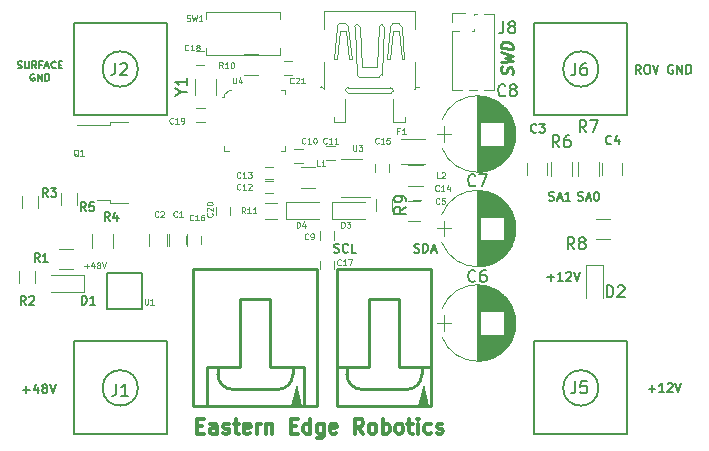
<source format=gto>
G04 #@! TF.GenerationSoftware,KiCad,Pcbnew,(5.0.0)*
G04 #@! TF.CreationDate,2018-11-03T21:02:49-02:30*
G04 #@! TF.ProjectId,DC-DC Board Micro,44432D444320426F617264204D696372,rev?*
G04 #@! TF.SameCoordinates,Original*
G04 #@! TF.FileFunction,Legend,Top*
G04 #@! TF.FilePolarity,Positive*
%FSLAX46Y46*%
G04 Gerber Fmt 4.6, Leading zero omitted, Abs format (unit mm)*
G04 Created by KiCad (PCBNEW (5.0.0)) date 11/03/18 21:02:49*
%MOMM*%
%LPD*%
G01*
G04 APERTURE LIST*
%ADD10C,0.250000*%
%ADD11C,0.187500*%
%ADD12C,0.150000*%
%ADD13C,0.300000*%
%ADD14C,0.125000*%
%ADD15C,0.120000*%
%ADD16C,0.101600*%
%ADD17C,0.254000*%
%ADD18C,0.100000*%
G04 APERTURE END LIST*
D10*
X113204761Y-36959300D02*
X113252380Y-36822395D01*
X113252380Y-36584300D01*
X113204761Y-36483110D01*
X113157142Y-36429538D01*
X113061904Y-36370014D01*
X112966666Y-36358110D01*
X112871428Y-36393824D01*
X112823809Y-36435491D01*
X112776190Y-36524776D01*
X112728571Y-36709300D01*
X112680952Y-36798586D01*
X112633333Y-36840252D01*
X112538095Y-36875967D01*
X112442857Y-36864062D01*
X112347619Y-36804538D01*
X112300000Y-36750967D01*
X112252380Y-36649776D01*
X112252380Y-36411681D01*
X112300000Y-36274776D01*
X112252380Y-35935491D02*
X113252380Y-35822395D01*
X112538095Y-35542633D01*
X113252380Y-35441443D01*
X112252380Y-35078348D01*
X113252380Y-34822395D02*
X112252380Y-34697395D01*
X112252380Y-34459300D01*
X112300000Y-34322395D01*
X112395238Y-34239062D01*
X112490476Y-34203348D01*
X112680952Y-34179538D01*
X112823809Y-34197395D01*
X113014285Y-34268824D01*
X113109523Y-34328348D01*
X113204761Y-34435491D01*
X113252380Y-34584300D01*
X113252380Y-34822395D01*
D11*
X98107142Y-52003571D02*
X98214285Y-52039285D01*
X98392857Y-52039285D01*
X98464285Y-52003571D01*
X98500000Y-51967857D01*
X98535714Y-51896428D01*
X98535714Y-51825000D01*
X98500000Y-51753571D01*
X98464285Y-51717857D01*
X98392857Y-51682142D01*
X98250000Y-51646428D01*
X98178571Y-51610714D01*
X98142857Y-51575000D01*
X98107142Y-51503571D01*
X98107142Y-51432142D01*
X98142857Y-51360714D01*
X98178571Y-51325000D01*
X98250000Y-51289285D01*
X98428571Y-51289285D01*
X98535714Y-51325000D01*
X99285714Y-51967857D02*
X99250000Y-52003571D01*
X99142857Y-52039285D01*
X99071428Y-52039285D01*
X98964285Y-52003571D01*
X98892857Y-51932142D01*
X98857142Y-51860714D01*
X98821428Y-51717857D01*
X98821428Y-51610714D01*
X98857142Y-51467857D01*
X98892857Y-51396428D01*
X98964285Y-51325000D01*
X99071428Y-51289285D01*
X99142857Y-51289285D01*
X99250000Y-51325000D01*
X99285714Y-51360714D01*
X99964285Y-52039285D02*
X99607142Y-52039285D01*
X99607142Y-51289285D01*
X116307142Y-47603571D02*
X116414285Y-47639285D01*
X116592857Y-47639285D01*
X116664285Y-47603571D01*
X116700000Y-47567857D01*
X116735714Y-47496428D01*
X116735714Y-47425000D01*
X116700000Y-47353571D01*
X116664285Y-47317857D01*
X116592857Y-47282142D01*
X116450000Y-47246428D01*
X116378571Y-47210714D01*
X116342857Y-47175000D01*
X116307142Y-47103571D01*
X116307142Y-47032142D01*
X116342857Y-46960714D01*
X116378571Y-46925000D01*
X116450000Y-46889285D01*
X116628571Y-46889285D01*
X116735714Y-46925000D01*
X117021428Y-47425000D02*
X117378571Y-47425000D01*
X116950000Y-47639285D02*
X117200000Y-46889285D01*
X117450000Y-47639285D01*
X118092857Y-47639285D02*
X117664285Y-47639285D01*
X117878571Y-47639285D02*
X117878571Y-46889285D01*
X117807142Y-46996428D01*
X117735714Y-47067857D01*
X117664285Y-47103571D01*
X118757142Y-47603571D02*
X118864285Y-47639285D01*
X119042857Y-47639285D01*
X119114285Y-47603571D01*
X119150000Y-47567857D01*
X119185714Y-47496428D01*
X119185714Y-47425000D01*
X119150000Y-47353571D01*
X119114285Y-47317857D01*
X119042857Y-47282142D01*
X118900000Y-47246428D01*
X118828571Y-47210714D01*
X118792857Y-47175000D01*
X118757142Y-47103571D01*
X118757142Y-47032142D01*
X118792857Y-46960714D01*
X118828571Y-46925000D01*
X118900000Y-46889285D01*
X119078571Y-46889285D01*
X119185714Y-46925000D01*
X119471428Y-47425000D02*
X119828571Y-47425000D01*
X119400000Y-47639285D02*
X119650000Y-46889285D01*
X119900000Y-47639285D01*
X120292857Y-46889285D02*
X120364285Y-46889285D01*
X120435714Y-46925000D01*
X120471428Y-46960714D01*
X120507142Y-47032142D01*
X120542857Y-47175000D01*
X120542857Y-47353571D01*
X120507142Y-47496428D01*
X120471428Y-47567857D01*
X120435714Y-47603571D01*
X120364285Y-47639285D01*
X120292857Y-47639285D01*
X120221428Y-47603571D01*
X120185714Y-47567857D01*
X120150000Y-47496428D01*
X120114285Y-47353571D01*
X120114285Y-47175000D01*
X120150000Y-47032142D01*
X120185714Y-46960714D01*
X120221428Y-46925000D01*
X120292857Y-46889285D01*
D12*
X71328571Y-36417857D02*
X71414285Y-36446428D01*
X71557142Y-36446428D01*
X71614285Y-36417857D01*
X71642857Y-36389285D01*
X71671428Y-36332142D01*
X71671428Y-36275000D01*
X71642857Y-36217857D01*
X71614285Y-36189285D01*
X71557142Y-36160714D01*
X71442857Y-36132142D01*
X71385714Y-36103571D01*
X71357142Y-36075000D01*
X71328571Y-36017857D01*
X71328571Y-35960714D01*
X71357142Y-35903571D01*
X71385714Y-35875000D01*
X71442857Y-35846428D01*
X71585714Y-35846428D01*
X71671428Y-35875000D01*
X71928571Y-35846428D02*
X71928571Y-36332142D01*
X71957142Y-36389285D01*
X71985714Y-36417857D01*
X72042857Y-36446428D01*
X72157142Y-36446428D01*
X72214285Y-36417857D01*
X72242857Y-36389285D01*
X72271428Y-36332142D01*
X72271428Y-35846428D01*
X72900000Y-36446428D02*
X72700000Y-36160714D01*
X72557142Y-36446428D02*
X72557142Y-35846428D01*
X72785714Y-35846428D01*
X72842857Y-35875000D01*
X72871428Y-35903571D01*
X72900000Y-35960714D01*
X72900000Y-36046428D01*
X72871428Y-36103571D01*
X72842857Y-36132142D01*
X72785714Y-36160714D01*
X72557142Y-36160714D01*
X73357142Y-36132142D02*
X73157142Y-36132142D01*
X73157142Y-36446428D02*
X73157142Y-35846428D01*
X73442857Y-35846428D01*
X73642857Y-36275000D02*
X73928571Y-36275000D01*
X73585714Y-36446428D02*
X73785714Y-35846428D01*
X73985714Y-36446428D01*
X74528571Y-36389285D02*
X74500000Y-36417857D01*
X74414285Y-36446428D01*
X74357142Y-36446428D01*
X74271428Y-36417857D01*
X74214285Y-36360714D01*
X74185714Y-36303571D01*
X74157142Y-36189285D01*
X74157142Y-36103571D01*
X74185714Y-35989285D01*
X74214285Y-35932142D01*
X74271428Y-35875000D01*
X74357142Y-35846428D01*
X74414285Y-35846428D01*
X74500000Y-35875000D01*
X74528571Y-35903571D01*
X74785714Y-36132142D02*
X74985714Y-36132142D01*
X75071428Y-36446428D02*
X74785714Y-36446428D01*
X74785714Y-35846428D01*
X75071428Y-35846428D01*
X72742857Y-36925000D02*
X72685714Y-36896428D01*
X72600000Y-36896428D01*
X72514285Y-36925000D01*
X72457142Y-36982142D01*
X72428571Y-37039285D01*
X72400000Y-37153571D01*
X72400000Y-37239285D01*
X72428571Y-37353571D01*
X72457142Y-37410714D01*
X72514285Y-37467857D01*
X72600000Y-37496428D01*
X72657142Y-37496428D01*
X72742857Y-37467857D01*
X72771428Y-37439285D01*
X72771428Y-37239285D01*
X72657142Y-37239285D01*
X73028571Y-37496428D02*
X73028571Y-36896428D01*
X73371428Y-37496428D01*
X73371428Y-36896428D01*
X73657142Y-37496428D02*
X73657142Y-36896428D01*
X73800000Y-36896428D01*
X73885714Y-36925000D01*
X73942857Y-36982142D01*
X73971428Y-37039285D01*
X74000000Y-37153571D01*
X74000000Y-37239285D01*
X73971428Y-37353571D01*
X73942857Y-37410714D01*
X73885714Y-37467857D01*
X73800000Y-37496428D01*
X73657142Y-37496428D01*
D11*
X71778571Y-63653571D02*
X72350000Y-63653571D01*
X72064285Y-63939285D02*
X72064285Y-63367857D01*
X73028571Y-63439285D02*
X73028571Y-63939285D01*
X72850000Y-63153571D02*
X72671428Y-63689285D01*
X73135714Y-63689285D01*
X73528571Y-63510714D02*
X73457142Y-63475000D01*
X73421428Y-63439285D01*
X73385714Y-63367857D01*
X73385714Y-63332142D01*
X73421428Y-63260714D01*
X73457142Y-63225000D01*
X73528571Y-63189285D01*
X73671428Y-63189285D01*
X73742857Y-63225000D01*
X73778571Y-63260714D01*
X73814285Y-63332142D01*
X73814285Y-63367857D01*
X73778571Y-63439285D01*
X73742857Y-63475000D01*
X73671428Y-63510714D01*
X73528571Y-63510714D01*
X73457142Y-63546428D01*
X73421428Y-63582142D01*
X73385714Y-63653571D01*
X73385714Y-63796428D01*
X73421428Y-63867857D01*
X73457142Y-63903571D01*
X73528571Y-63939285D01*
X73671428Y-63939285D01*
X73742857Y-63903571D01*
X73778571Y-63867857D01*
X73814285Y-63796428D01*
X73814285Y-63653571D01*
X73778571Y-63582142D01*
X73742857Y-63546428D01*
X73671428Y-63510714D01*
X74028571Y-63189285D02*
X74278571Y-63939285D01*
X74528571Y-63189285D01*
X124738571Y-63553571D02*
X125310000Y-63553571D01*
X125024285Y-63839285D02*
X125024285Y-63267857D01*
X126060000Y-63839285D02*
X125631428Y-63839285D01*
X125845714Y-63839285D02*
X125845714Y-63089285D01*
X125774285Y-63196428D01*
X125702857Y-63267857D01*
X125631428Y-63303571D01*
X126345714Y-63160714D02*
X126381428Y-63125000D01*
X126452857Y-63089285D01*
X126631428Y-63089285D01*
X126702857Y-63125000D01*
X126738571Y-63160714D01*
X126774285Y-63232142D01*
X126774285Y-63303571D01*
X126738571Y-63410714D01*
X126310000Y-63839285D01*
X126774285Y-63839285D01*
X126988571Y-63089285D02*
X127238571Y-63839285D01*
X127488571Y-63089285D01*
X124073285Y-36915285D02*
X123823285Y-36558142D01*
X123644714Y-36915285D02*
X123644714Y-36165285D01*
X123930428Y-36165285D01*
X124001857Y-36201000D01*
X124037571Y-36236714D01*
X124073285Y-36308142D01*
X124073285Y-36415285D01*
X124037571Y-36486714D01*
X124001857Y-36522428D01*
X123930428Y-36558142D01*
X123644714Y-36558142D01*
X124537571Y-36165285D02*
X124680428Y-36165285D01*
X124751857Y-36201000D01*
X124823285Y-36272428D01*
X124859000Y-36415285D01*
X124859000Y-36665285D01*
X124823285Y-36808142D01*
X124751857Y-36879571D01*
X124680428Y-36915285D01*
X124537571Y-36915285D01*
X124466142Y-36879571D01*
X124394714Y-36808142D01*
X124359000Y-36665285D01*
X124359000Y-36415285D01*
X124394714Y-36272428D01*
X124466142Y-36201000D01*
X124537571Y-36165285D01*
X125073285Y-36165285D02*
X125323285Y-36915285D01*
X125573285Y-36165285D01*
X126787571Y-36201000D02*
X126716142Y-36165285D01*
X126609000Y-36165285D01*
X126501857Y-36201000D01*
X126430428Y-36272428D01*
X126394714Y-36343857D01*
X126359000Y-36486714D01*
X126359000Y-36593857D01*
X126394714Y-36736714D01*
X126430428Y-36808142D01*
X126501857Y-36879571D01*
X126609000Y-36915285D01*
X126680428Y-36915285D01*
X126787571Y-36879571D01*
X126823285Y-36843857D01*
X126823285Y-36593857D01*
X126680428Y-36593857D01*
X127144714Y-36915285D02*
X127144714Y-36165285D01*
X127573285Y-36915285D01*
X127573285Y-36165285D01*
X127930428Y-36915285D02*
X127930428Y-36165285D01*
X128109000Y-36165285D01*
X128216142Y-36201000D01*
X128287571Y-36272428D01*
X128323285Y-36343857D01*
X128359000Y-36486714D01*
X128359000Y-36593857D01*
X128323285Y-36736714D01*
X128287571Y-36808142D01*
X128216142Y-36879571D01*
X128109000Y-36915285D01*
X127930428Y-36915285D01*
X104889285Y-52003571D02*
X104996428Y-52039285D01*
X105175000Y-52039285D01*
X105246428Y-52003571D01*
X105282142Y-51967857D01*
X105317857Y-51896428D01*
X105317857Y-51825000D01*
X105282142Y-51753571D01*
X105246428Y-51717857D01*
X105175000Y-51682142D01*
X105032142Y-51646428D01*
X104960714Y-51610714D01*
X104925000Y-51575000D01*
X104889285Y-51503571D01*
X104889285Y-51432142D01*
X104925000Y-51360714D01*
X104960714Y-51325000D01*
X105032142Y-51289285D01*
X105210714Y-51289285D01*
X105317857Y-51325000D01*
X105639285Y-52039285D02*
X105639285Y-51289285D01*
X105817857Y-51289285D01*
X105925000Y-51325000D01*
X105996428Y-51396428D01*
X106032142Y-51467857D01*
X106067857Y-51610714D01*
X106067857Y-51717857D01*
X106032142Y-51860714D01*
X105996428Y-51932142D01*
X105925000Y-52003571D01*
X105817857Y-52039285D01*
X105639285Y-52039285D01*
X106353571Y-51825000D02*
X106710714Y-51825000D01*
X106282142Y-52039285D02*
X106532142Y-51289285D01*
X106782142Y-52039285D01*
D13*
X86513095Y-66710714D02*
X86929761Y-66710714D01*
X87108333Y-67365476D02*
X86513095Y-67365476D01*
X86513095Y-66115476D01*
X87108333Y-66115476D01*
X88179761Y-67365476D02*
X88179761Y-66710714D01*
X88120238Y-66591666D01*
X88001190Y-66532142D01*
X87763095Y-66532142D01*
X87644047Y-66591666D01*
X88179761Y-67305952D02*
X88060714Y-67365476D01*
X87763095Y-67365476D01*
X87644047Y-67305952D01*
X87584523Y-67186904D01*
X87584523Y-67067857D01*
X87644047Y-66948809D01*
X87763095Y-66889285D01*
X88060714Y-66889285D01*
X88179761Y-66829761D01*
X88715476Y-67305952D02*
X88834523Y-67365476D01*
X89072619Y-67365476D01*
X89191666Y-67305952D01*
X89251190Y-67186904D01*
X89251190Y-67127380D01*
X89191666Y-67008333D01*
X89072619Y-66948809D01*
X88894047Y-66948809D01*
X88775000Y-66889285D01*
X88715476Y-66770238D01*
X88715476Y-66710714D01*
X88775000Y-66591666D01*
X88894047Y-66532142D01*
X89072619Y-66532142D01*
X89191666Y-66591666D01*
X89608333Y-66532142D02*
X90084523Y-66532142D01*
X89786904Y-66115476D02*
X89786904Y-67186904D01*
X89846428Y-67305952D01*
X89965476Y-67365476D01*
X90084523Y-67365476D01*
X90977380Y-67305952D02*
X90858333Y-67365476D01*
X90620238Y-67365476D01*
X90501190Y-67305952D01*
X90441666Y-67186904D01*
X90441666Y-66710714D01*
X90501190Y-66591666D01*
X90620238Y-66532142D01*
X90858333Y-66532142D01*
X90977380Y-66591666D01*
X91036904Y-66710714D01*
X91036904Y-66829761D01*
X90441666Y-66948809D01*
X91572619Y-67365476D02*
X91572619Y-66532142D01*
X91572619Y-66770238D02*
X91632142Y-66651190D01*
X91691666Y-66591666D01*
X91810714Y-66532142D01*
X91929761Y-66532142D01*
X92346428Y-66532142D02*
X92346428Y-67365476D01*
X92346428Y-66651190D02*
X92405952Y-66591666D01*
X92525000Y-66532142D01*
X92703571Y-66532142D01*
X92822619Y-66591666D01*
X92882142Y-66710714D01*
X92882142Y-67365476D01*
X94429761Y-66710714D02*
X94846428Y-66710714D01*
X95025000Y-67365476D02*
X94429761Y-67365476D01*
X94429761Y-66115476D01*
X95025000Y-66115476D01*
X96096428Y-67365476D02*
X96096428Y-66115476D01*
X96096428Y-67305952D02*
X95977380Y-67365476D01*
X95739285Y-67365476D01*
X95620238Y-67305952D01*
X95560714Y-67246428D01*
X95501190Y-67127380D01*
X95501190Y-66770238D01*
X95560714Y-66651190D01*
X95620238Y-66591666D01*
X95739285Y-66532142D01*
X95977380Y-66532142D01*
X96096428Y-66591666D01*
X97227380Y-66532142D02*
X97227380Y-67544047D01*
X97167857Y-67663095D01*
X97108333Y-67722619D01*
X96989285Y-67782142D01*
X96810714Y-67782142D01*
X96691666Y-67722619D01*
X97227380Y-67305952D02*
X97108333Y-67365476D01*
X96870238Y-67365476D01*
X96751190Y-67305952D01*
X96691666Y-67246428D01*
X96632142Y-67127380D01*
X96632142Y-66770238D01*
X96691666Y-66651190D01*
X96751190Y-66591666D01*
X96870238Y-66532142D01*
X97108333Y-66532142D01*
X97227380Y-66591666D01*
X98298809Y-67305952D02*
X98179761Y-67365476D01*
X97941666Y-67365476D01*
X97822619Y-67305952D01*
X97763095Y-67186904D01*
X97763095Y-66710714D01*
X97822619Y-66591666D01*
X97941666Y-66532142D01*
X98179761Y-66532142D01*
X98298809Y-66591666D01*
X98358333Y-66710714D01*
X98358333Y-66829761D01*
X97763095Y-66948809D01*
X100560714Y-67365476D02*
X100144047Y-66770238D01*
X99846428Y-67365476D02*
X99846428Y-66115476D01*
X100322619Y-66115476D01*
X100441666Y-66175000D01*
X100501190Y-66234523D01*
X100560714Y-66353571D01*
X100560714Y-66532142D01*
X100501190Y-66651190D01*
X100441666Y-66710714D01*
X100322619Y-66770238D01*
X99846428Y-66770238D01*
X101275000Y-67365476D02*
X101155952Y-67305952D01*
X101096428Y-67246428D01*
X101036904Y-67127380D01*
X101036904Y-66770238D01*
X101096428Y-66651190D01*
X101155952Y-66591666D01*
X101275000Y-66532142D01*
X101453571Y-66532142D01*
X101572619Y-66591666D01*
X101632142Y-66651190D01*
X101691666Y-66770238D01*
X101691666Y-67127380D01*
X101632142Y-67246428D01*
X101572619Y-67305952D01*
X101453571Y-67365476D01*
X101275000Y-67365476D01*
X102227380Y-67365476D02*
X102227380Y-66115476D01*
X102227380Y-66591666D02*
X102346428Y-66532142D01*
X102584523Y-66532142D01*
X102703571Y-66591666D01*
X102763095Y-66651190D01*
X102822619Y-66770238D01*
X102822619Y-67127380D01*
X102763095Y-67246428D01*
X102703571Y-67305952D01*
X102584523Y-67365476D01*
X102346428Y-67365476D01*
X102227380Y-67305952D01*
X103536904Y-67365476D02*
X103417857Y-67305952D01*
X103358333Y-67246428D01*
X103298809Y-67127380D01*
X103298809Y-66770238D01*
X103358333Y-66651190D01*
X103417857Y-66591666D01*
X103536904Y-66532142D01*
X103715476Y-66532142D01*
X103834523Y-66591666D01*
X103894047Y-66651190D01*
X103953571Y-66770238D01*
X103953571Y-67127380D01*
X103894047Y-67246428D01*
X103834523Y-67305952D01*
X103715476Y-67365476D01*
X103536904Y-67365476D01*
X104310714Y-66532142D02*
X104786904Y-66532142D01*
X104489285Y-66115476D02*
X104489285Y-67186904D01*
X104548809Y-67305952D01*
X104667857Y-67365476D01*
X104786904Y-67365476D01*
X105203571Y-67365476D02*
X105203571Y-66532142D01*
X105203571Y-66115476D02*
X105144047Y-66175000D01*
X105203571Y-66234523D01*
X105263095Y-66175000D01*
X105203571Y-66115476D01*
X105203571Y-66234523D01*
X106334523Y-67305952D02*
X106215476Y-67365476D01*
X105977380Y-67365476D01*
X105858333Y-67305952D01*
X105798809Y-67246428D01*
X105739285Y-67127380D01*
X105739285Y-66770238D01*
X105798809Y-66651190D01*
X105858333Y-66591666D01*
X105977380Y-66532142D01*
X106215476Y-66532142D01*
X106334523Y-66591666D01*
X106810714Y-67305952D02*
X106929761Y-67365476D01*
X107167857Y-67365476D01*
X107286904Y-67305952D01*
X107346428Y-67186904D01*
X107346428Y-67127380D01*
X107286904Y-67008333D01*
X107167857Y-66948809D01*
X106989285Y-66948809D01*
X106870238Y-66889285D01*
X106810714Y-66770238D01*
X106810714Y-66710714D01*
X106870238Y-66591666D01*
X106989285Y-66532142D01*
X107167857Y-66532142D01*
X107286904Y-66591666D01*
D14*
X76969047Y-53185714D02*
X77350000Y-53185714D01*
X77159523Y-53376190D02*
X77159523Y-52995238D01*
X77802380Y-53042857D02*
X77802380Y-53376190D01*
X77683333Y-52852380D02*
X77564285Y-53209523D01*
X77873809Y-53209523D01*
X78135714Y-53090476D02*
X78088095Y-53066666D01*
X78064285Y-53042857D01*
X78040476Y-52995238D01*
X78040476Y-52971428D01*
X78064285Y-52923809D01*
X78088095Y-52900000D01*
X78135714Y-52876190D01*
X78230952Y-52876190D01*
X78278571Y-52900000D01*
X78302380Y-52923809D01*
X78326190Y-52971428D01*
X78326190Y-52995238D01*
X78302380Y-53042857D01*
X78278571Y-53066666D01*
X78230952Y-53090476D01*
X78135714Y-53090476D01*
X78088095Y-53114285D01*
X78064285Y-53138095D01*
X78040476Y-53185714D01*
X78040476Y-53280952D01*
X78064285Y-53328571D01*
X78088095Y-53352380D01*
X78135714Y-53376190D01*
X78230952Y-53376190D01*
X78278571Y-53352380D01*
X78302380Y-53328571D01*
X78326190Y-53280952D01*
X78326190Y-53185714D01*
X78302380Y-53138095D01*
X78278571Y-53114285D01*
X78230952Y-53090476D01*
X78469047Y-52876190D02*
X78635714Y-53376190D01*
X78802380Y-52876190D01*
D12*
X116168571Y-54143571D02*
X116740000Y-54143571D01*
X116454285Y-54429285D02*
X116454285Y-53857857D01*
X117490000Y-54429285D02*
X117061428Y-54429285D01*
X117275714Y-54429285D02*
X117275714Y-53679285D01*
X117204285Y-53786428D01*
X117132857Y-53857857D01*
X117061428Y-53893571D01*
X117775714Y-53750714D02*
X117811428Y-53715000D01*
X117882857Y-53679285D01*
X118061428Y-53679285D01*
X118132857Y-53715000D01*
X118168571Y-53750714D01*
X118204285Y-53822142D01*
X118204285Y-53893571D01*
X118168571Y-54000714D01*
X117740000Y-54429285D01*
X118204285Y-54429285D01*
X118418571Y-53679285D02*
X118668571Y-54429285D01*
X118918571Y-53679285D01*
D15*
G04 #@! TO.C,D1*
X76900000Y-55350000D02*
X76900000Y-53950000D01*
X76900000Y-53950000D02*
X74100000Y-53950000D01*
X76900000Y-55350000D02*
X74100000Y-55350000D01*
D16*
G04 #@! TO.C,J7*
X104103000Y-40978200D02*
X103116600Y-40978200D01*
X99067500Y-40978100D02*
X98081100Y-40978100D01*
X104933600Y-31581800D02*
X104933500Y-33085300D01*
X97250600Y-31581800D02*
X97250600Y-33085400D01*
X97250600Y-35917400D02*
X97250500Y-38226700D01*
X100469200Y-36357800D02*
X101715200Y-36357800D01*
X100261600Y-32931500D02*
X100469200Y-36357800D01*
X100261600Y-32931500D02*
G75*
G03X100054000Y-32723900I-207600J0D01*
G01*
X100053900Y-32723900D02*
G75*
G03X99846300Y-32931500I0J-207600D01*
G01*
X100261600Y-37188400D02*
X101922700Y-37188400D01*
X100261601Y-37188401D02*
G75*
G02X100053900Y-36980800I11994J219701D01*
G01*
X99846300Y-32931600D02*
X100053900Y-36980800D01*
X103116800Y-39057300D02*
X103116800Y-40926100D01*
X99327101Y-38070899D02*
G75*
G03X99067600Y-38330400I300J-259801D01*
G01*
X99067600Y-38330500D02*
G75*
G03X99275200Y-38538100I207500J-100D01*
G01*
X98081200Y-40562700D02*
X98081200Y-40926100D01*
X98340800Y-35682900D02*
X98133100Y-35682900D01*
X98600300Y-33294900D02*
X98340800Y-35682900D01*
X99119500Y-33294900D02*
X98600300Y-33294900D01*
X99379000Y-35682900D02*
X99119500Y-33294900D01*
X99586700Y-35682900D02*
X99379000Y-35682900D01*
X99327100Y-32931500D02*
X99586700Y-35682900D01*
X99327101Y-32931499D02*
G75*
G03X99119500Y-32672000I-293900J-22331D01*
G01*
X99119500Y-32672000D02*
G75*
G03X98548400Y-32672000I-285550J-931100D01*
G01*
X98548400Y-32672000D02*
G75*
G03X98340800Y-32931500I86300J-281830D01*
G01*
X98133100Y-35682900D02*
X98340800Y-32931500D01*
X97043000Y-38019000D02*
X96887200Y-38019000D01*
X97043000Y-38019000D02*
G75*
G02X97250600Y-38226600I0J-207600D01*
G01*
X101922600Y-32931500D02*
X101715000Y-36357800D01*
X101922600Y-32931500D02*
G75*
G02X102130200Y-32723900I207600J0D01*
G01*
X102130300Y-32723900D02*
X102130200Y-32723900D01*
X102130300Y-32723900D02*
G75*
G02X102337900Y-32931500I0J-207600D01*
G01*
X101922600Y-37188402D02*
G75*
G03X102130300Y-36980800I-11895J219601D01*
G01*
X102337900Y-32931600D02*
X102130300Y-36980800D01*
X99067400Y-39057300D02*
X99067400Y-40926100D01*
X102857099Y-38070899D02*
G75*
G02X103116600Y-38330400I-100J-259601D01*
G01*
X103116600Y-38330500D02*
X103116600Y-38330400D01*
X103116600Y-38330500D02*
G75*
G02X102909000Y-38538100I-207500J-100D01*
G01*
X99275100Y-38538100D02*
X102909000Y-38538100D01*
X102857100Y-38070900D02*
X99327000Y-38070900D01*
X104103000Y-40562700D02*
X104103000Y-40926100D01*
X103843400Y-35682900D02*
X104051100Y-35682900D01*
X103583900Y-33294900D02*
X103843400Y-35682900D01*
X103064700Y-33294900D02*
X103583900Y-33294900D01*
X102805200Y-35682900D02*
X103064700Y-33294900D01*
X102597500Y-35682900D02*
X102805200Y-35682900D01*
X102857100Y-32931500D02*
X102597500Y-35682900D01*
X102857099Y-32931499D02*
G75*
G02X103064700Y-32672000I293900J-22331D01*
G01*
X103064700Y-32672000D02*
G75*
G02X103635800Y-32672000I285550J-931100D01*
G01*
X103635800Y-32672000D02*
G75*
G02X103843400Y-32931500I-86300J-281830D01*
G01*
X104051100Y-35682900D02*
X103843400Y-32931500D01*
X97250600Y-31581800D02*
X104933600Y-31581800D01*
X97250500Y-31581800D02*
X97250600Y-31581800D01*
X105141200Y-38019000D02*
X105297000Y-38019000D01*
X105141200Y-38019000D02*
G75*
G03X104933600Y-38226600I0J-207600D01*
G01*
X104933600Y-35917500D02*
X104933600Y-38226600D01*
D15*
G04 #@! TO.C,C7*
X113267820Y-48820864D02*
G75*
G03X107232518Y-48820000I-3017820J-1179136D01*
G01*
X113267820Y-51179136D02*
G75*
G02X107232518Y-51180000I-3017820J1179136D01*
G01*
X113267820Y-51179136D02*
G75*
G03X113267482Y-48820000I-3017820J1179136D01*
G01*
X110250000Y-46800000D02*
X110250000Y-53200000D01*
X110290000Y-46800000D02*
X110290000Y-53200000D01*
X110330000Y-46800000D02*
X110330000Y-53200000D01*
X110370000Y-46802000D02*
X110370000Y-53198000D01*
X110410000Y-46803000D02*
X110410000Y-53197000D01*
X110450000Y-46806000D02*
X110450000Y-53194000D01*
X110490000Y-46808000D02*
X110490000Y-53192000D01*
X110530000Y-46812000D02*
X110530000Y-49020000D01*
X110530000Y-50980000D02*
X110530000Y-53188000D01*
X110570000Y-46815000D02*
X110570000Y-49020000D01*
X110570000Y-50980000D02*
X110570000Y-53185000D01*
X110610000Y-46820000D02*
X110610000Y-49020000D01*
X110610000Y-50980000D02*
X110610000Y-53180000D01*
X110650000Y-46824000D02*
X110650000Y-49020000D01*
X110650000Y-50980000D02*
X110650000Y-53176000D01*
X110690000Y-46830000D02*
X110690000Y-49020000D01*
X110690000Y-50980000D02*
X110690000Y-53170000D01*
X110730000Y-46835000D02*
X110730000Y-49020000D01*
X110730000Y-50980000D02*
X110730000Y-53165000D01*
X110770000Y-46842000D02*
X110770000Y-49020000D01*
X110770000Y-50980000D02*
X110770000Y-53158000D01*
X110810000Y-46848000D02*
X110810000Y-49020000D01*
X110810000Y-50980000D02*
X110810000Y-53152000D01*
X110850000Y-46856000D02*
X110850000Y-49020000D01*
X110850000Y-50980000D02*
X110850000Y-53144000D01*
X110890000Y-46863000D02*
X110890000Y-49020000D01*
X110890000Y-50980000D02*
X110890000Y-53137000D01*
X110930000Y-46872000D02*
X110930000Y-49020000D01*
X110930000Y-50980000D02*
X110930000Y-53128000D01*
X110971000Y-46881000D02*
X110971000Y-49020000D01*
X110971000Y-50980000D02*
X110971000Y-53119000D01*
X111011000Y-46890000D02*
X111011000Y-49020000D01*
X111011000Y-50980000D02*
X111011000Y-53110000D01*
X111051000Y-46900000D02*
X111051000Y-49020000D01*
X111051000Y-50980000D02*
X111051000Y-53100000D01*
X111091000Y-46910000D02*
X111091000Y-49020000D01*
X111091000Y-50980000D02*
X111091000Y-53090000D01*
X111131000Y-46921000D02*
X111131000Y-49020000D01*
X111131000Y-50980000D02*
X111131000Y-53079000D01*
X111171000Y-46933000D02*
X111171000Y-49020000D01*
X111171000Y-50980000D02*
X111171000Y-53067000D01*
X111211000Y-46945000D02*
X111211000Y-49020000D01*
X111211000Y-50980000D02*
X111211000Y-53055000D01*
X111251000Y-46958000D02*
X111251000Y-49020000D01*
X111251000Y-50980000D02*
X111251000Y-53042000D01*
X111291000Y-46971000D02*
X111291000Y-49020000D01*
X111291000Y-50980000D02*
X111291000Y-53029000D01*
X111331000Y-46985000D02*
X111331000Y-49020000D01*
X111331000Y-50980000D02*
X111331000Y-53015000D01*
X111371000Y-46999000D02*
X111371000Y-49020000D01*
X111371000Y-50980000D02*
X111371000Y-53001000D01*
X111411000Y-47014000D02*
X111411000Y-49020000D01*
X111411000Y-50980000D02*
X111411000Y-52986000D01*
X111451000Y-47030000D02*
X111451000Y-49020000D01*
X111451000Y-50980000D02*
X111451000Y-52970000D01*
X111491000Y-47046000D02*
X111491000Y-49020000D01*
X111491000Y-50980000D02*
X111491000Y-52954000D01*
X111531000Y-47063000D02*
X111531000Y-49020000D01*
X111531000Y-50980000D02*
X111531000Y-52937000D01*
X111571000Y-47081000D02*
X111571000Y-49020000D01*
X111571000Y-50980000D02*
X111571000Y-52919000D01*
X111611000Y-47099000D02*
X111611000Y-49020000D01*
X111611000Y-50980000D02*
X111611000Y-52901000D01*
X111651000Y-47118000D02*
X111651000Y-49020000D01*
X111651000Y-50980000D02*
X111651000Y-52882000D01*
X111691000Y-47137000D02*
X111691000Y-49020000D01*
X111691000Y-50980000D02*
X111691000Y-52863000D01*
X111731000Y-47157000D02*
X111731000Y-49020000D01*
X111731000Y-50980000D02*
X111731000Y-52843000D01*
X111771000Y-47178000D02*
X111771000Y-49020000D01*
X111771000Y-50980000D02*
X111771000Y-52822000D01*
X111811000Y-47200000D02*
X111811000Y-49020000D01*
X111811000Y-50980000D02*
X111811000Y-52800000D01*
X111851000Y-47222000D02*
X111851000Y-49020000D01*
X111851000Y-50980000D02*
X111851000Y-52778000D01*
X111891000Y-47245000D02*
X111891000Y-49020000D01*
X111891000Y-50980000D02*
X111891000Y-52755000D01*
X111931000Y-47269000D02*
X111931000Y-49020000D01*
X111931000Y-50980000D02*
X111931000Y-52731000D01*
X111971000Y-47294000D02*
X111971000Y-49020000D01*
X111971000Y-50980000D02*
X111971000Y-52706000D01*
X112011000Y-47319000D02*
X112011000Y-49020000D01*
X112011000Y-50980000D02*
X112011000Y-52681000D01*
X112051000Y-47346000D02*
X112051000Y-49020000D01*
X112051000Y-50980000D02*
X112051000Y-52654000D01*
X112091000Y-47373000D02*
X112091000Y-49020000D01*
X112091000Y-50980000D02*
X112091000Y-52627000D01*
X112131000Y-47401000D02*
X112131000Y-49020000D01*
X112131000Y-50980000D02*
X112131000Y-52599000D01*
X112171000Y-47430000D02*
X112171000Y-49020000D01*
X112171000Y-50980000D02*
X112171000Y-52570000D01*
X112211000Y-47460000D02*
X112211000Y-49020000D01*
X112211000Y-50980000D02*
X112211000Y-52540000D01*
X112251000Y-47490000D02*
X112251000Y-49020000D01*
X112251000Y-50980000D02*
X112251000Y-52510000D01*
X112291000Y-47522000D02*
X112291000Y-49020000D01*
X112291000Y-50980000D02*
X112291000Y-52478000D01*
X112331000Y-47555000D02*
X112331000Y-49020000D01*
X112331000Y-50980000D02*
X112331000Y-52445000D01*
X112371000Y-47589000D02*
X112371000Y-49020000D01*
X112371000Y-50980000D02*
X112371000Y-52411000D01*
X112411000Y-47625000D02*
X112411000Y-49020000D01*
X112411000Y-50980000D02*
X112411000Y-52375000D01*
X112451000Y-47661000D02*
X112451000Y-49020000D01*
X112451000Y-50980000D02*
X112451000Y-52339000D01*
X112491000Y-47699000D02*
X112491000Y-52301000D01*
X112531000Y-47738000D02*
X112531000Y-52262000D01*
X112571000Y-47778000D02*
X112571000Y-52222000D01*
X112611000Y-47820000D02*
X112611000Y-52180000D01*
X112651000Y-47863000D02*
X112651000Y-52137000D01*
X112691000Y-47908000D02*
X112691000Y-52092000D01*
X112731000Y-47955000D02*
X112731000Y-52045000D01*
X112771000Y-48003000D02*
X112771000Y-51997000D01*
X112811000Y-48054000D02*
X112811000Y-51946000D01*
X112851000Y-48106000D02*
X112851000Y-51894000D01*
X112891000Y-48161000D02*
X112891000Y-51839000D01*
X112931000Y-48219000D02*
X112931000Y-51781000D01*
X112971000Y-48279000D02*
X112971000Y-51721000D01*
X113011000Y-48342000D02*
X113011000Y-51658000D01*
X113051000Y-48409000D02*
X113051000Y-51591000D01*
X113091000Y-48480000D02*
X113091000Y-51520000D01*
X113131000Y-48555000D02*
X113131000Y-51445000D01*
X113171000Y-48636000D02*
X113171000Y-51364000D01*
X113211000Y-48722000D02*
X113211000Y-51278000D01*
X113251000Y-48816000D02*
X113251000Y-51184000D01*
X113291000Y-48919000D02*
X113291000Y-51081000D01*
X113331000Y-49034000D02*
X113331000Y-50966000D01*
X113371000Y-49166000D02*
X113371000Y-50834000D01*
X113411000Y-49324000D02*
X113411000Y-50676000D01*
X113451000Y-49532000D02*
X113451000Y-50468000D01*
X106800000Y-50000000D02*
X108000000Y-50000000D01*
X107400000Y-49350000D02*
X107400000Y-50650000D01*
D17*
G04 #@! TO.C,J4*
X86201200Y-65055800D02*
X87312500Y-65055800D01*
X87312500Y-65055800D02*
X96678700Y-65055800D01*
X96678700Y-65055800D02*
X96678800Y-53467000D01*
X92710000Y-61722000D02*
X92710000Y-56007000D01*
X92710000Y-56007000D02*
X90170000Y-56007000D01*
X90170000Y-56007000D02*
X90170000Y-61722000D01*
X95567500Y-65055700D02*
X95567500Y-61722000D01*
X95567500Y-61722000D02*
X94615000Y-61722000D01*
X94615000Y-61722000D02*
X92710000Y-61722000D01*
X90170000Y-61722000D02*
X88265000Y-61722000D01*
X88265000Y-61722000D02*
X87312500Y-61722000D01*
X87312500Y-61722000D02*
X87312500Y-65055800D01*
X94615000Y-61722000D02*
X94615000Y-62357000D01*
X93345000Y-63627000D02*
G75*
G03X94615000Y-62357000I0J1270000D01*
G01*
X93345000Y-63627000D02*
X89535000Y-63627000D01*
X88265000Y-62357000D02*
G75*
G03X89535000Y-63627000I1270000J0D01*
G01*
X88265000Y-62357000D02*
X88265000Y-61722000D01*
X96678800Y-53467000D02*
X86201200Y-53467000D01*
X86201200Y-53467000D02*
X86201200Y-65055800D01*
D18*
G36*
X95408800Y-65055800D02*
X94932400Y-63150900D01*
X94456300Y-65055800D01*
X95408800Y-65055800D01*
G37*
D15*
G04 #@! TO.C,C4*
X120816000Y-44458000D02*
X120816000Y-45458000D01*
X122516000Y-45458000D02*
X122516000Y-44458000D01*
D12*
G04 #@! TO.C,J1*
X81500000Y-63500000D02*
G75*
G03X81500000Y-63500000I-1500000J0D01*
G01*
X83935000Y-67435000D02*
X76065000Y-67435000D01*
X83935000Y-59565000D02*
X83935000Y-67435000D01*
X76065000Y-59565000D02*
X83935000Y-59565000D01*
X76065000Y-67435000D02*
X76065000Y-59565000D01*
G04 #@! TO.C,J2*
X81500000Y-36500000D02*
G75*
G03X81500000Y-36500000I-1500000J0D01*
G01*
X83935000Y-40435000D02*
X76065000Y-40435000D01*
X83935000Y-32565000D02*
X83935000Y-40435000D01*
X76065000Y-32565000D02*
X83935000Y-32565000D01*
X76065000Y-40435000D02*
X76065000Y-32565000D01*
D15*
G04 #@! TO.C,C1*
X85650000Y-51500000D02*
X85650000Y-50500000D01*
X83950000Y-50500000D02*
X83950000Y-51500000D01*
G04 #@! TO.C,C2*
X84162000Y-51500000D02*
X84162000Y-50500000D01*
X82462000Y-50500000D02*
X82462000Y-51500000D01*
G04 #@! TO.C,C3*
X114466000Y-44458000D02*
X114466000Y-45458000D01*
X116166000Y-45458000D02*
X116166000Y-44458000D01*
G04 #@! TO.C,C6*
X113267820Y-56820864D02*
G75*
G03X107232518Y-56820000I-3017820J-1179136D01*
G01*
X113267820Y-59179136D02*
G75*
G02X107232518Y-59180000I-3017820J1179136D01*
G01*
X113267820Y-59179136D02*
G75*
G03X113267482Y-56820000I-3017820J1179136D01*
G01*
X110250000Y-54800000D02*
X110250000Y-61200000D01*
X110290000Y-54800000D02*
X110290000Y-61200000D01*
X110330000Y-54800000D02*
X110330000Y-61200000D01*
X110370000Y-54802000D02*
X110370000Y-61198000D01*
X110410000Y-54803000D02*
X110410000Y-61197000D01*
X110450000Y-54806000D02*
X110450000Y-61194000D01*
X110490000Y-54808000D02*
X110490000Y-61192000D01*
X110530000Y-54812000D02*
X110530000Y-57020000D01*
X110530000Y-58980000D02*
X110530000Y-61188000D01*
X110570000Y-54815000D02*
X110570000Y-57020000D01*
X110570000Y-58980000D02*
X110570000Y-61185000D01*
X110610000Y-54820000D02*
X110610000Y-57020000D01*
X110610000Y-58980000D02*
X110610000Y-61180000D01*
X110650000Y-54824000D02*
X110650000Y-57020000D01*
X110650000Y-58980000D02*
X110650000Y-61176000D01*
X110690000Y-54830000D02*
X110690000Y-57020000D01*
X110690000Y-58980000D02*
X110690000Y-61170000D01*
X110730000Y-54835000D02*
X110730000Y-57020000D01*
X110730000Y-58980000D02*
X110730000Y-61165000D01*
X110770000Y-54842000D02*
X110770000Y-57020000D01*
X110770000Y-58980000D02*
X110770000Y-61158000D01*
X110810000Y-54848000D02*
X110810000Y-57020000D01*
X110810000Y-58980000D02*
X110810000Y-61152000D01*
X110850000Y-54856000D02*
X110850000Y-57020000D01*
X110850000Y-58980000D02*
X110850000Y-61144000D01*
X110890000Y-54863000D02*
X110890000Y-57020000D01*
X110890000Y-58980000D02*
X110890000Y-61137000D01*
X110930000Y-54872000D02*
X110930000Y-57020000D01*
X110930000Y-58980000D02*
X110930000Y-61128000D01*
X110971000Y-54881000D02*
X110971000Y-57020000D01*
X110971000Y-58980000D02*
X110971000Y-61119000D01*
X111011000Y-54890000D02*
X111011000Y-57020000D01*
X111011000Y-58980000D02*
X111011000Y-61110000D01*
X111051000Y-54900000D02*
X111051000Y-57020000D01*
X111051000Y-58980000D02*
X111051000Y-61100000D01*
X111091000Y-54910000D02*
X111091000Y-57020000D01*
X111091000Y-58980000D02*
X111091000Y-61090000D01*
X111131000Y-54921000D02*
X111131000Y-57020000D01*
X111131000Y-58980000D02*
X111131000Y-61079000D01*
X111171000Y-54933000D02*
X111171000Y-57020000D01*
X111171000Y-58980000D02*
X111171000Y-61067000D01*
X111211000Y-54945000D02*
X111211000Y-57020000D01*
X111211000Y-58980000D02*
X111211000Y-61055000D01*
X111251000Y-54958000D02*
X111251000Y-57020000D01*
X111251000Y-58980000D02*
X111251000Y-61042000D01*
X111291000Y-54971000D02*
X111291000Y-57020000D01*
X111291000Y-58980000D02*
X111291000Y-61029000D01*
X111331000Y-54985000D02*
X111331000Y-57020000D01*
X111331000Y-58980000D02*
X111331000Y-61015000D01*
X111371000Y-54999000D02*
X111371000Y-57020000D01*
X111371000Y-58980000D02*
X111371000Y-61001000D01*
X111411000Y-55014000D02*
X111411000Y-57020000D01*
X111411000Y-58980000D02*
X111411000Y-60986000D01*
X111451000Y-55030000D02*
X111451000Y-57020000D01*
X111451000Y-58980000D02*
X111451000Y-60970000D01*
X111491000Y-55046000D02*
X111491000Y-57020000D01*
X111491000Y-58980000D02*
X111491000Y-60954000D01*
X111531000Y-55063000D02*
X111531000Y-57020000D01*
X111531000Y-58980000D02*
X111531000Y-60937000D01*
X111571000Y-55081000D02*
X111571000Y-57020000D01*
X111571000Y-58980000D02*
X111571000Y-60919000D01*
X111611000Y-55099000D02*
X111611000Y-57020000D01*
X111611000Y-58980000D02*
X111611000Y-60901000D01*
X111651000Y-55118000D02*
X111651000Y-57020000D01*
X111651000Y-58980000D02*
X111651000Y-60882000D01*
X111691000Y-55137000D02*
X111691000Y-57020000D01*
X111691000Y-58980000D02*
X111691000Y-60863000D01*
X111731000Y-55157000D02*
X111731000Y-57020000D01*
X111731000Y-58980000D02*
X111731000Y-60843000D01*
X111771000Y-55178000D02*
X111771000Y-57020000D01*
X111771000Y-58980000D02*
X111771000Y-60822000D01*
X111811000Y-55200000D02*
X111811000Y-57020000D01*
X111811000Y-58980000D02*
X111811000Y-60800000D01*
X111851000Y-55222000D02*
X111851000Y-57020000D01*
X111851000Y-58980000D02*
X111851000Y-60778000D01*
X111891000Y-55245000D02*
X111891000Y-57020000D01*
X111891000Y-58980000D02*
X111891000Y-60755000D01*
X111931000Y-55269000D02*
X111931000Y-57020000D01*
X111931000Y-58980000D02*
X111931000Y-60731000D01*
X111971000Y-55294000D02*
X111971000Y-57020000D01*
X111971000Y-58980000D02*
X111971000Y-60706000D01*
X112011000Y-55319000D02*
X112011000Y-57020000D01*
X112011000Y-58980000D02*
X112011000Y-60681000D01*
X112051000Y-55346000D02*
X112051000Y-57020000D01*
X112051000Y-58980000D02*
X112051000Y-60654000D01*
X112091000Y-55373000D02*
X112091000Y-57020000D01*
X112091000Y-58980000D02*
X112091000Y-60627000D01*
X112131000Y-55401000D02*
X112131000Y-57020000D01*
X112131000Y-58980000D02*
X112131000Y-60599000D01*
X112171000Y-55430000D02*
X112171000Y-57020000D01*
X112171000Y-58980000D02*
X112171000Y-60570000D01*
X112211000Y-55460000D02*
X112211000Y-57020000D01*
X112211000Y-58980000D02*
X112211000Y-60540000D01*
X112251000Y-55490000D02*
X112251000Y-57020000D01*
X112251000Y-58980000D02*
X112251000Y-60510000D01*
X112291000Y-55522000D02*
X112291000Y-57020000D01*
X112291000Y-58980000D02*
X112291000Y-60478000D01*
X112331000Y-55555000D02*
X112331000Y-57020000D01*
X112331000Y-58980000D02*
X112331000Y-60445000D01*
X112371000Y-55589000D02*
X112371000Y-57020000D01*
X112371000Y-58980000D02*
X112371000Y-60411000D01*
X112411000Y-55625000D02*
X112411000Y-57020000D01*
X112411000Y-58980000D02*
X112411000Y-60375000D01*
X112451000Y-55661000D02*
X112451000Y-57020000D01*
X112451000Y-58980000D02*
X112451000Y-60339000D01*
X112491000Y-55699000D02*
X112491000Y-60301000D01*
X112531000Y-55738000D02*
X112531000Y-60262000D01*
X112571000Y-55778000D02*
X112571000Y-60222000D01*
X112611000Y-55820000D02*
X112611000Y-60180000D01*
X112651000Y-55863000D02*
X112651000Y-60137000D01*
X112691000Y-55908000D02*
X112691000Y-60092000D01*
X112731000Y-55955000D02*
X112731000Y-60045000D01*
X112771000Y-56003000D02*
X112771000Y-59997000D01*
X112811000Y-56054000D02*
X112811000Y-59946000D01*
X112851000Y-56106000D02*
X112851000Y-59894000D01*
X112891000Y-56161000D02*
X112891000Y-59839000D01*
X112931000Y-56219000D02*
X112931000Y-59781000D01*
X112971000Y-56279000D02*
X112971000Y-59721000D01*
X113011000Y-56342000D02*
X113011000Y-59658000D01*
X113051000Y-56409000D02*
X113051000Y-59591000D01*
X113091000Y-56480000D02*
X113091000Y-59520000D01*
X113131000Y-56555000D02*
X113131000Y-59445000D01*
X113171000Y-56636000D02*
X113171000Y-59364000D01*
X113211000Y-56722000D02*
X113211000Y-59278000D01*
X113251000Y-56816000D02*
X113251000Y-59184000D01*
X113291000Y-56919000D02*
X113291000Y-59081000D01*
X113331000Y-57034000D02*
X113331000Y-58966000D01*
X113371000Y-57166000D02*
X113371000Y-58834000D01*
X113411000Y-57324000D02*
X113411000Y-58676000D01*
X113451000Y-57532000D02*
X113451000Y-58468000D01*
X106800000Y-58000000D02*
X108000000Y-58000000D01*
X107400000Y-57350000D02*
X107400000Y-58650000D01*
G04 #@! TO.C,C8*
X113267820Y-40820864D02*
G75*
G03X107232518Y-40820000I-3017820J-1179136D01*
G01*
X113267820Y-43179136D02*
G75*
G02X107232518Y-43180000I-3017820J1179136D01*
G01*
X113267820Y-43179136D02*
G75*
G03X113267482Y-40820000I-3017820J1179136D01*
G01*
X110250000Y-38800000D02*
X110250000Y-45200000D01*
X110290000Y-38800000D02*
X110290000Y-45200000D01*
X110330000Y-38800000D02*
X110330000Y-45200000D01*
X110370000Y-38802000D02*
X110370000Y-45198000D01*
X110410000Y-38803000D02*
X110410000Y-45197000D01*
X110450000Y-38806000D02*
X110450000Y-45194000D01*
X110490000Y-38808000D02*
X110490000Y-45192000D01*
X110530000Y-38812000D02*
X110530000Y-41020000D01*
X110530000Y-42980000D02*
X110530000Y-45188000D01*
X110570000Y-38815000D02*
X110570000Y-41020000D01*
X110570000Y-42980000D02*
X110570000Y-45185000D01*
X110610000Y-38820000D02*
X110610000Y-41020000D01*
X110610000Y-42980000D02*
X110610000Y-45180000D01*
X110650000Y-38824000D02*
X110650000Y-41020000D01*
X110650000Y-42980000D02*
X110650000Y-45176000D01*
X110690000Y-38830000D02*
X110690000Y-41020000D01*
X110690000Y-42980000D02*
X110690000Y-45170000D01*
X110730000Y-38835000D02*
X110730000Y-41020000D01*
X110730000Y-42980000D02*
X110730000Y-45165000D01*
X110770000Y-38842000D02*
X110770000Y-41020000D01*
X110770000Y-42980000D02*
X110770000Y-45158000D01*
X110810000Y-38848000D02*
X110810000Y-41020000D01*
X110810000Y-42980000D02*
X110810000Y-45152000D01*
X110850000Y-38856000D02*
X110850000Y-41020000D01*
X110850000Y-42980000D02*
X110850000Y-45144000D01*
X110890000Y-38863000D02*
X110890000Y-41020000D01*
X110890000Y-42980000D02*
X110890000Y-45137000D01*
X110930000Y-38872000D02*
X110930000Y-41020000D01*
X110930000Y-42980000D02*
X110930000Y-45128000D01*
X110971000Y-38881000D02*
X110971000Y-41020000D01*
X110971000Y-42980000D02*
X110971000Y-45119000D01*
X111011000Y-38890000D02*
X111011000Y-41020000D01*
X111011000Y-42980000D02*
X111011000Y-45110000D01*
X111051000Y-38900000D02*
X111051000Y-41020000D01*
X111051000Y-42980000D02*
X111051000Y-45100000D01*
X111091000Y-38910000D02*
X111091000Y-41020000D01*
X111091000Y-42980000D02*
X111091000Y-45090000D01*
X111131000Y-38921000D02*
X111131000Y-41020000D01*
X111131000Y-42980000D02*
X111131000Y-45079000D01*
X111171000Y-38933000D02*
X111171000Y-41020000D01*
X111171000Y-42980000D02*
X111171000Y-45067000D01*
X111211000Y-38945000D02*
X111211000Y-41020000D01*
X111211000Y-42980000D02*
X111211000Y-45055000D01*
X111251000Y-38958000D02*
X111251000Y-41020000D01*
X111251000Y-42980000D02*
X111251000Y-45042000D01*
X111291000Y-38971000D02*
X111291000Y-41020000D01*
X111291000Y-42980000D02*
X111291000Y-45029000D01*
X111331000Y-38985000D02*
X111331000Y-41020000D01*
X111331000Y-42980000D02*
X111331000Y-45015000D01*
X111371000Y-38999000D02*
X111371000Y-41020000D01*
X111371000Y-42980000D02*
X111371000Y-45001000D01*
X111411000Y-39014000D02*
X111411000Y-41020000D01*
X111411000Y-42980000D02*
X111411000Y-44986000D01*
X111451000Y-39030000D02*
X111451000Y-41020000D01*
X111451000Y-42980000D02*
X111451000Y-44970000D01*
X111491000Y-39046000D02*
X111491000Y-41020000D01*
X111491000Y-42980000D02*
X111491000Y-44954000D01*
X111531000Y-39063000D02*
X111531000Y-41020000D01*
X111531000Y-42980000D02*
X111531000Y-44937000D01*
X111571000Y-39081000D02*
X111571000Y-41020000D01*
X111571000Y-42980000D02*
X111571000Y-44919000D01*
X111611000Y-39099000D02*
X111611000Y-41020000D01*
X111611000Y-42980000D02*
X111611000Y-44901000D01*
X111651000Y-39118000D02*
X111651000Y-41020000D01*
X111651000Y-42980000D02*
X111651000Y-44882000D01*
X111691000Y-39137000D02*
X111691000Y-41020000D01*
X111691000Y-42980000D02*
X111691000Y-44863000D01*
X111731000Y-39157000D02*
X111731000Y-41020000D01*
X111731000Y-42980000D02*
X111731000Y-44843000D01*
X111771000Y-39178000D02*
X111771000Y-41020000D01*
X111771000Y-42980000D02*
X111771000Y-44822000D01*
X111811000Y-39200000D02*
X111811000Y-41020000D01*
X111811000Y-42980000D02*
X111811000Y-44800000D01*
X111851000Y-39222000D02*
X111851000Y-41020000D01*
X111851000Y-42980000D02*
X111851000Y-44778000D01*
X111891000Y-39245000D02*
X111891000Y-41020000D01*
X111891000Y-42980000D02*
X111891000Y-44755000D01*
X111931000Y-39269000D02*
X111931000Y-41020000D01*
X111931000Y-42980000D02*
X111931000Y-44731000D01*
X111971000Y-39294000D02*
X111971000Y-41020000D01*
X111971000Y-42980000D02*
X111971000Y-44706000D01*
X112011000Y-39319000D02*
X112011000Y-41020000D01*
X112011000Y-42980000D02*
X112011000Y-44681000D01*
X112051000Y-39346000D02*
X112051000Y-41020000D01*
X112051000Y-42980000D02*
X112051000Y-44654000D01*
X112091000Y-39373000D02*
X112091000Y-41020000D01*
X112091000Y-42980000D02*
X112091000Y-44627000D01*
X112131000Y-39401000D02*
X112131000Y-41020000D01*
X112131000Y-42980000D02*
X112131000Y-44599000D01*
X112171000Y-39430000D02*
X112171000Y-41020000D01*
X112171000Y-42980000D02*
X112171000Y-44570000D01*
X112211000Y-39460000D02*
X112211000Y-41020000D01*
X112211000Y-42980000D02*
X112211000Y-44540000D01*
X112251000Y-39490000D02*
X112251000Y-41020000D01*
X112251000Y-42980000D02*
X112251000Y-44510000D01*
X112291000Y-39522000D02*
X112291000Y-41020000D01*
X112291000Y-42980000D02*
X112291000Y-44478000D01*
X112331000Y-39555000D02*
X112331000Y-41020000D01*
X112331000Y-42980000D02*
X112331000Y-44445000D01*
X112371000Y-39589000D02*
X112371000Y-41020000D01*
X112371000Y-42980000D02*
X112371000Y-44411000D01*
X112411000Y-39625000D02*
X112411000Y-41020000D01*
X112411000Y-42980000D02*
X112411000Y-44375000D01*
X112451000Y-39661000D02*
X112451000Y-41020000D01*
X112451000Y-42980000D02*
X112451000Y-44339000D01*
X112491000Y-39699000D02*
X112491000Y-44301000D01*
X112531000Y-39738000D02*
X112531000Y-44262000D01*
X112571000Y-39778000D02*
X112571000Y-44222000D01*
X112611000Y-39820000D02*
X112611000Y-44180000D01*
X112651000Y-39863000D02*
X112651000Y-44137000D01*
X112691000Y-39908000D02*
X112691000Y-44092000D01*
X112731000Y-39955000D02*
X112731000Y-44045000D01*
X112771000Y-40003000D02*
X112771000Y-43997000D01*
X112811000Y-40054000D02*
X112811000Y-43946000D01*
X112851000Y-40106000D02*
X112851000Y-43894000D01*
X112891000Y-40161000D02*
X112891000Y-43839000D01*
X112931000Y-40219000D02*
X112931000Y-43781000D01*
X112971000Y-40279000D02*
X112971000Y-43721000D01*
X113011000Y-40342000D02*
X113011000Y-43658000D01*
X113051000Y-40409000D02*
X113051000Y-43591000D01*
X113091000Y-40480000D02*
X113091000Y-43520000D01*
X113131000Y-40555000D02*
X113131000Y-43445000D01*
X113171000Y-40636000D02*
X113171000Y-43364000D01*
X113211000Y-40722000D02*
X113211000Y-43278000D01*
X113251000Y-40816000D02*
X113251000Y-43184000D01*
X113291000Y-40919000D02*
X113291000Y-43081000D01*
X113331000Y-41034000D02*
X113331000Y-42966000D01*
X113371000Y-41166000D02*
X113371000Y-42834000D01*
X113411000Y-41324000D02*
X113411000Y-42676000D01*
X113451000Y-41532000D02*
X113451000Y-42468000D01*
X106800000Y-42000000D02*
X108000000Y-42000000D01*
X107400000Y-41350000D02*
X107400000Y-42650000D01*
G04 #@! TO.C,D3*
X97900000Y-47800000D02*
X97900000Y-49200000D01*
X97900000Y-49200000D02*
X100700000Y-49200000D01*
X97900000Y-47800000D02*
X100700000Y-47800000D01*
G04 #@! TO.C,R4*
X79366000Y-50454000D02*
X79366000Y-51654000D01*
X77606000Y-51654000D02*
X77606000Y-50454000D01*
G04 #@! TO.C,R6*
X118228000Y-44358000D02*
X118228000Y-45558000D01*
X116468000Y-45558000D02*
X116468000Y-44358000D01*
G04 #@! TO.C,R8*
X121504000Y-50918000D02*
X120304000Y-50918000D01*
X120304000Y-49158000D02*
X121504000Y-49158000D01*
G04 #@! TO.C,Q1*
X79130000Y-47580000D02*
X78030000Y-47580000D01*
X79130000Y-47850000D02*
X79130000Y-47580000D01*
X80630000Y-47850000D02*
X79130000Y-47850000D01*
X79130000Y-41220000D02*
X76300000Y-41220000D01*
X79130000Y-40950000D02*
X79130000Y-41220000D01*
X80630000Y-40950000D02*
X79130000Y-40950000D01*
G04 #@! TO.C,C5*
X104400000Y-49350000D02*
X105400000Y-49350000D01*
X105400000Y-47650000D02*
X104400000Y-47650000D01*
G04 #@! TO.C,C18*
X86400000Y-35000000D02*
X87100000Y-35000000D01*
X87100000Y-36200000D02*
X86400000Y-36200000D01*
G04 #@! TO.C,C19*
X87150000Y-41000000D02*
X86450000Y-41000000D01*
X86450000Y-39800000D02*
X87150000Y-39800000D01*
G04 #@! TO.C,D2*
X120842000Y-53064000D02*
X119442000Y-53064000D01*
X119442000Y-53064000D02*
X119442000Y-55864000D01*
X120842000Y-53064000D02*
X120842000Y-55864000D01*
G04 #@! TO.C,D4*
X94000000Y-47800000D02*
X96800000Y-47800000D01*
X94000000Y-49200000D02*
X96800000Y-49200000D01*
X94000000Y-47800000D02*
X94000000Y-49200000D01*
D17*
G04 #@! TO.C,J3*
X98393200Y-65055800D02*
X106330800Y-65055800D01*
X103632000Y-61722000D02*
X103632000Y-56007000D01*
X103632000Y-56007000D02*
X101092000Y-56007000D01*
X101092000Y-56007000D02*
X101092000Y-61722000D01*
X106330800Y-65055800D02*
X106330800Y-61722000D01*
X106330800Y-61722000D02*
X105537000Y-61722000D01*
X105537000Y-61722000D02*
X103632000Y-61722000D01*
X101092000Y-61722000D02*
X99187000Y-61722000D01*
X99187000Y-61722000D02*
X98393200Y-61722000D01*
X98393200Y-61722000D02*
X98393200Y-65055800D01*
X105537000Y-61722000D02*
X105537000Y-62357000D01*
X104267000Y-63627000D02*
G75*
G03X105537000Y-62357000I0J1270000D01*
G01*
X104267000Y-63627000D02*
X100457000Y-63627000D01*
X99187000Y-62357000D02*
G75*
G03X100457000Y-63627000I1270000J0D01*
G01*
X99187000Y-62357000D02*
X99187000Y-61722000D01*
X106330800Y-61722000D02*
X106330800Y-53467000D01*
X106330800Y-53467000D02*
X98393200Y-53467000D01*
X98393200Y-53467000D02*
X98393200Y-61722000D01*
D18*
G36*
X106172000Y-65055800D02*
X105695800Y-63150900D01*
X105219500Y-65055800D01*
X106172000Y-65055800D01*
G37*
D12*
G04 #@! TO.C,J5*
X120500000Y-63500000D02*
G75*
G03X120500000Y-63500000I-1500000J0D01*
G01*
X115065000Y-59565000D02*
X122935000Y-59565000D01*
X115065000Y-67435000D02*
X115065000Y-59565000D01*
X122935000Y-67435000D02*
X115065000Y-67435000D01*
X122935000Y-59565000D02*
X122935000Y-67435000D01*
G04 #@! TO.C,J6*
X122935000Y-32565000D02*
X122935000Y-40435000D01*
X122935000Y-40435000D02*
X115065000Y-40435000D01*
X115065000Y-40435000D02*
X115065000Y-32565000D01*
X115065000Y-32565000D02*
X122935000Y-32565000D01*
X120500000Y-36500000D02*
G75*
G03X120500000Y-36500000I-1500000J0D01*
G01*
D15*
G04 #@! TO.C,J8*
X108090000Y-38287000D02*
X108912470Y-38287000D01*
X110797530Y-38287000D02*
X111620000Y-38287000D01*
X109527530Y-38287000D02*
X110182470Y-38287000D01*
X108090000Y-33272000D02*
X108090000Y-38287000D01*
X111620000Y-31817000D02*
X111620000Y-38287000D01*
X108090000Y-33272000D02*
X108656529Y-33272000D01*
X109783471Y-33272000D02*
X109926529Y-33272000D01*
X109980000Y-33218529D02*
X109980000Y-33075471D01*
X109980000Y-31948529D02*
X109980000Y-31817000D01*
X109980000Y-31817000D02*
X110182470Y-31817000D01*
X110797530Y-31817000D02*
X111620000Y-31817000D01*
X108090000Y-32512000D02*
X108090000Y-31752000D01*
X108090000Y-31752000D02*
X109220000Y-31752000D01*
G04 #@! TO.C,L1*
X96500000Y-46580000D02*
X95300000Y-46580000D01*
X95300000Y-44820000D02*
X96500000Y-44820000D01*
G04 #@! TO.C,L2*
X104400000Y-44620000D02*
X105600000Y-44620000D01*
X105600000Y-46380000D02*
X104400000Y-46380000D01*
G04 #@! TO.C,R1*
X76038000Y-53458000D02*
X74838000Y-53458000D01*
X74838000Y-51698000D02*
X76038000Y-51698000D01*
G04 #@! TO.C,R2*
X71456000Y-54602000D02*
X71456000Y-53602000D01*
X72816000Y-53602000D02*
X72816000Y-54602000D01*
G04 #@! TO.C,R3*
X73070000Y-47240000D02*
X73070000Y-48240000D01*
X71710000Y-48240000D02*
X71710000Y-47240000D01*
G04 #@! TO.C,R5*
X76372000Y-46998000D02*
X76372000Y-47998000D01*
X75012000Y-47998000D02*
X75012000Y-46998000D01*
G04 #@! TO.C,R7*
X118754000Y-45558000D02*
X118754000Y-44358000D01*
X120514000Y-44358000D02*
X120514000Y-45558000D01*
G04 #@! TO.C,R10*
X90500000Y-35220000D02*
X91700000Y-35220000D01*
X91700000Y-36980000D02*
X90500000Y-36980000D01*
D12*
G04 #@! TO.C,U1*
X78840000Y-56790000D02*
X78840000Y-53790000D01*
X78840000Y-53790000D02*
X81840000Y-53790000D01*
X81840000Y-53790000D02*
X81840000Y-56790000D01*
X81840000Y-56790000D02*
X78840000Y-56790000D01*
D15*
G04 #@! TO.C,U3*
X98700000Y-47310000D02*
X101150000Y-47310000D01*
X100500000Y-44090000D02*
X98700000Y-44090000D01*
G04 #@! TO.C,C9*
X96900000Y-50950000D02*
X96900000Y-50250000D01*
X98100000Y-50250000D02*
X98100000Y-50950000D01*
G04 #@! TO.C,C10*
X95450000Y-44500000D02*
X94750000Y-44500000D01*
X94750000Y-43300000D02*
X95450000Y-43300000D01*
G04 #@! TO.C,C11*
X98150000Y-44200000D02*
X97450000Y-44200000D01*
X97450000Y-43000000D02*
X98150000Y-43000000D01*
G04 #@! TO.C,C12*
X92950000Y-47000000D02*
X92250000Y-47000000D01*
X92250000Y-45800000D02*
X92950000Y-45800000D01*
G04 #@! TO.C,C13*
X92250000Y-44800000D02*
X92950000Y-44800000D01*
X92950000Y-46000000D02*
X92250000Y-46000000D01*
G04 #@! TO.C,C14*
X104750000Y-46400000D02*
X105450000Y-46400000D01*
X105450000Y-47600000D02*
X104750000Y-47600000D01*
G04 #@! TO.C,C15*
X102800000Y-44550000D02*
X102800000Y-45250000D01*
X101600000Y-45250000D02*
X101600000Y-44550000D01*
G04 #@! TO.C,C16*
X86800000Y-50650000D02*
X86800000Y-51350000D01*
X85600000Y-51350000D02*
X85600000Y-50650000D01*
G04 #@! TO.C,C17*
X98100000Y-52750000D02*
X98100000Y-53450000D01*
X96900000Y-53450000D02*
X96900000Y-52750000D01*
G04 #@! TO.C,C20*
X89300000Y-48150000D02*
X89300000Y-48850000D01*
X88100000Y-48850000D02*
X88100000Y-48150000D01*
G04 #@! TO.C,C21*
X94550000Y-37000000D02*
X93850000Y-37000000D01*
X93850000Y-35800000D02*
X94550000Y-35800000D01*
G04 #@! TO.C,R9*
X102980000Y-47500000D02*
X102980000Y-48500000D01*
X101620000Y-48500000D02*
X101620000Y-47500000D01*
G04 #@! TO.C,R11*
X93300000Y-49180000D02*
X92300000Y-49180000D01*
X92300000Y-47820000D02*
X93300000Y-47820000D01*
G04 #@! TO.C,F1*
X105800000Y-44570000D02*
X103800000Y-44570000D01*
X103800000Y-42430000D02*
X105800000Y-42430000D01*
G04 #@! TO.C,SW1*
X87300000Y-35350000D02*
X93500000Y-35350000D01*
X93500000Y-31650000D02*
X87300000Y-31650000D01*
X87300000Y-31650000D02*
X87300000Y-32300000D01*
X87300000Y-34700000D02*
X87300000Y-35350000D01*
X93500000Y-35350000D02*
X93500000Y-34700000D01*
X93500000Y-31650000D02*
X93500000Y-32300000D01*
D18*
G04 #@! TO.C,U4*
X93980001Y-43450000D02*
X93580000Y-43450000D01*
X93980000Y-43050000D02*
X93980001Y-43450000D01*
X93980000Y-38250000D02*
X93980000Y-38650000D01*
X93980000Y-38250000D02*
X93580000Y-38250000D01*
X88780000Y-43450000D02*
X88780000Y-43050000D01*
X89180000Y-43450000D02*
X88780000Y-43450000D01*
X88780000Y-38850000D02*
X88580000Y-38850000D01*
X88780000Y-38650000D02*
X88780000Y-38850000D01*
X89180000Y-38250000D02*
X88780000Y-38650000D01*
X89380000Y-38250000D02*
X89180000Y-38250000D01*
D15*
G04 #@! TO.C,Y1*
X88075000Y-38675000D02*
X88075000Y-37325000D01*
X86325000Y-38675000D02*
X86325000Y-37325000D01*
G04 #@! TO.C,D1*
D12*
X76746428Y-56439285D02*
X76746428Y-55689285D01*
X76925000Y-55689285D01*
X77032142Y-55725000D01*
X77103571Y-55796428D01*
X77139285Y-55867857D01*
X77175000Y-56010714D01*
X77175000Y-56117857D01*
X77139285Y-56260714D01*
X77103571Y-56332142D01*
X77032142Y-56403571D01*
X76925000Y-56439285D01*
X76746428Y-56439285D01*
X77889285Y-56439285D02*
X77460714Y-56439285D01*
X77675000Y-56439285D02*
X77675000Y-55689285D01*
X77603571Y-55796428D01*
X77532142Y-55867857D01*
X77460714Y-55903571D01*
G04 #@! TO.C,C7*
X110069333Y-46331142D02*
X110021714Y-46378761D01*
X109878857Y-46426380D01*
X109783619Y-46426380D01*
X109640761Y-46378761D01*
X109545523Y-46283523D01*
X109497904Y-46188285D01*
X109450285Y-45997809D01*
X109450285Y-45854952D01*
X109497904Y-45664476D01*
X109545523Y-45569238D01*
X109640761Y-45474000D01*
X109783619Y-45426380D01*
X109878857Y-45426380D01*
X110021714Y-45474000D01*
X110069333Y-45521619D01*
X110402666Y-45426380D02*
X111069333Y-45426380D01*
X110640761Y-46426380D01*
G04 #@! TO.C,C4*
X121571000Y-42815857D02*
X121535285Y-42851571D01*
X121428142Y-42887285D01*
X121356714Y-42887285D01*
X121249571Y-42851571D01*
X121178142Y-42780142D01*
X121142428Y-42708714D01*
X121106714Y-42565857D01*
X121106714Y-42458714D01*
X121142428Y-42315857D01*
X121178142Y-42244428D01*
X121249571Y-42173000D01*
X121356714Y-42137285D01*
X121428142Y-42137285D01*
X121535285Y-42173000D01*
X121571000Y-42208714D01*
X122213857Y-42387285D02*
X122213857Y-42887285D01*
X122035285Y-42101571D02*
X121856714Y-42637285D01*
X122321000Y-42637285D01*
G04 #@! TO.C,J1*
X79666666Y-63152380D02*
X79666666Y-63866666D01*
X79619047Y-64009523D01*
X79523809Y-64104761D01*
X79380952Y-64152380D01*
X79285714Y-64152380D01*
X80666666Y-64152380D02*
X80095238Y-64152380D01*
X80380952Y-64152380D02*
X80380952Y-63152380D01*
X80285714Y-63295238D01*
X80190476Y-63390476D01*
X80095238Y-63438095D01*
G04 #@! TO.C,J2*
X79586666Y-35992380D02*
X79586666Y-36706666D01*
X79539047Y-36849523D01*
X79443809Y-36944761D01*
X79300952Y-36992380D01*
X79205714Y-36992380D01*
X80015238Y-36087619D02*
X80062857Y-36040000D01*
X80158095Y-35992380D01*
X80396190Y-35992380D01*
X80491428Y-36040000D01*
X80539047Y-36087619D01*
X80586666Y-36182857D01*
X80586666Y-36278095D01*
X80539047Y-36420952D01*
X79967619Y-36992380D01*
X80586666Y-36992380D01*
G04 #@! TO.C,C1*
D14*
X84816666Y-48978571D02*
X84792857Y-49002380D01*
X84721428Y-49026190D01*
X84673809Y-49026190D01*
X84602380Y-49002380D01*
X84554761Y-48954761D01*
X84530952Y-48907142D01*
X84507142Y-48811904D01*
X84507142Y-48740476D01*
X84530952Y-48645238D01*
X84554761Y-48597619D01*
X84602380Y-48550000D01*
X84673809Y-48526190D01*
X84721428Y-48526190D01*
X84792857Y-48550000D01*
X84816666Y-48573809D01*
X85292857Y-49026190D02*
X85007142Y-49026190D01*
X85150000Y-49026190D02*
X85150000Y-48526190D01*
X85102380Y-48597619D01*
X85054761Y-48645238D01*
X85007142Y-48669047D01*
G04 #@! TO.C,C2*
X83216666Y-48978571D02*
X83192857Y-49002380D01*
X83121428Y-49026190D01*
X83073809Y-49026190D01*
X83002380Y-49002380D01*
X82954761Y-48954761D01*
X82930952Y-48907142D01*
X82907142Y-48811904D01*
X82907142Y-48740476D01*
X82930952Y-48645238D01*
X82954761Y-48597619D01*
X83002380Y-48550000D01*
X83073809Y-48526190D01*
X83121428Y-48526190D01*
X83192857Y-48550000D01*
X83216666Y-48573809D01*
X83407142Y-48573809D02*
X83430952Y-48550000D01*
X83478571Y-48526190D01*
X83597619Y-48526190D01*
X83645238Y-48550000D01*
X83669047Y-48573809D01*
X83692857Y-48621428D01*
X83692857Y-48669047D01*
X83669047Y-48740476D01*
X83383333Y-49026190D01*
X83692857Y-49026190D01*
G04 #@! TO.C,C3*
D12*
X115241000Y-41815857D02*
X115205285Y-41851571D01*
X115098142Y-41887285D01*
X115026714Y-41887285D01*
X114919571Y-41851571D01*
X114848142Y-41780142D01*
X114812428Y-41708714D01*
X114776714Y-41565857D01*
X114776714Y-41458714D01*
X114812428Y-41315857D01*
X114848142Y-41244428D01*
X114919571Y-41173000D01*
X115026714Y-41137285D01*
X115098142Y-41137285D01*
X115205285Y-41173000D01*
X115241000Y-41208714D01*
X115491000Y-41137285D02*
X115955285Y-41137285D01*
X115705285Y-41423000D01*
X115812428Y-41423000D01*
X115883857Y-41458714D01*
X115919571Y-41494428D01*
X115955285Y-41565857D01*
X115955285Y-41744428D01*
X115919571Y-41815857D01*
X115883857Y-41851571D01*
X115812428Y-41887285D01*
X115598142Y-41887285D01*
X115526714Y-41851571D01*
X115491000Y-41815857D01*
G04 #@! TO.C,C6*
X110073333Y-54437142D02*
X110025714Y-54484761D01*
X109882857Y-54532380D01*
X109787619Y-54532380D01*
X109644761Y-54484761D01*
X109549523Y-54389523D01*
X109501904Y-54294285D01*
X109454285Y-54103809D01*
X109454285Y-53960952D01*
X109501904Y-53770476D01*
X109549523Y-53675238D01*
X109644761Y-53580000D01*
X109787619Y-53532380D01*
X109882857Y-53532380D01*
X110025714Y-53580000D01*
X110073333Y-53627619D01*
X110930476Y-53532380D02*
X110740000Y-53532380D01*
X110644761Y-53580000D01*
X110597142Y-53627619D01*
X110501904Y-53770476D01*
X110454285Y-53960952D01*
X110454285Y-54341904D01*
X110501904Y-54437142D01*
X110549523Y-54484761D01*
X110644761Y-54532380D01*
X110835238Y-54532380D01*
X110930476Y-54484761D01*
X110978095Y-54437142D01*
X111025714Y-54341904D01*
X111025714Y-54103809D01*
X110978095Y-54008571D01*
X110930476Y-53960952D01*
X110835238Y-53913333D01*
X110644761Y-53913333D01*
X110549523Y-53960952D01*
X110501904Y-54008571D01*
X110454285Y-54103809D01*
G04 #@! TO.C,C8*
X112609333Y-38711142D02*
X112561714Y-38758761D01*
X112418857Y-38806380D01*
X112323619Y-38806380D01*
X112180761Y-38758761D01*
X112085523Y-38663523D01*
X112037904Y-38568285D01*
X111990285Y-38377809D01*
X111990285Y-38234952D01*
X112037904Y-38044476D01*
X112085523Y-37949238D01*
X112180761Y-37854000D01*
X112323619Y-37806380D01*
X112418857Y-37806380D01*
X112561714Y-37854000D01*
X112609333Y-37901619D01*
X113180761Y-38234952D02*
X113085523Y-38187333D01*
X113037904Y-38139714D01*
X112990285Y-38044476D01*
X112990285Y-37996857D01*
X113037904Y-37901619D01*
X113085523Y-37854000D01*
X113180761Y-37806380D01*
X113371238Y-37806380D01*
X113466476Y-37854000D01*
X113514095Y-37901619D01*
X113561714Y-37996857D01*
X113561714Y-38044476D01*
X113514095Y-38139714D01*
X113466476Y-38187333D01*
X113371238Y-38234952D01*
X113180761Y-38234952D01*
X113085523Y-38282571D01*
X113037904Y-38330190D01*
X112990285Y-38425428D01*
X112990285Y-38615904D01*
X113037904Y-38711142D01*
X113085523Y-38758761D01*
X113180761Y-38806380D01*
X113371238Y-38806380D01*
X113466476Y-38758761D01*
X113514095Y-38711142D01*
X113561714Y-38615904D01*
X113561714Y-38425428D01*
X113514095Y-38330190D01*
X113466476Y-38282571D01*
X113371238Y-38234952D01*
G04 #@! TO.C,D3*
D14*
X98730952Y-49926190D02*
X98730952Y-49426190D01*
X98850000Y-49426190D01*
X98921428Y-49450000D01*
X98969047Y-49497619D01*
X98992857Y-49545238D01*
X99016666Y-49640476D01*
X99016666Y-49711904D01*
X98992857Y-49807142D01*
X98969047Y-49854761D01*
X98921428Y-49902380D01*
X98850000Y-49926190D01*
X98730952Y-49926190D01*
X99183333Y-49426190D02*
X99492857Y-49426190D01*
X99326190Y-49616666D01*
X99397619Y-49616666D01*
X99445238Y-49640476D01*
X99469047Y-49664285D01*
X99492857Y-49711904D01*
X99492857Y-49830952D01*
X99469047Y-49878571D01*
X99445238Y-49902380D01*
X99397619Y-49926190D01*
X99254761Y-49926190D01*
X99207142Y-49902380D01*
X99183333Y-49878571D01*
G04 #@! TO.C,R4*
D12*
X79123000Y-49361285D02*
X78873000Y-49004142D01*
X78694428Y-49361285D02*
X78694428Y-48611285D01*
X78980142Y-48611285D01*
X79051571Y-48647000D01*
X79087285Y-48682714D01*
X79123000Y-48754142D01*
X79123000Y-48861285D01*
X79087285Y-48932714D01*
X79051571Y-48968428D01*
X78980142Y-49004142D01*
X78694428Y-49004142D01*
X79765857Y-48861285D02*
X79765857Y-49361285D01*
X79587285Y-48575571D02*
X79408714Y-49111285D01*
X79873000Y-49111285D01*
G04 #@! TO.C,R6*
X117181333Y-43124380D02*
X116848000Y-42648190D01*
X116609904Y-43124380D02*
X116609904Y-42124380D01*
X116990857Y-42124380D01*
X117086095Y-42172000D01*
X117133714Y-42219619D01*
X117181333Y-42314857D01*
X117181333Y-42457714D01*
X117133714Y-42552952D01*
X117086095Y-42600571D01*
X116990857Y-42648190D01*
X116609904Y-42648190D01*
X118038476Y-42124380D02*
X117848000Y-42124380D01*
X117752761Y-42172000D01*
X117705142Y-42219619D01*
X117609904Y-42362476D01*
X117562285Y-42552952D01*
X117562285Y-42933904D01*
X117609904Y-43029142D01*
X117657523Y-43076761D01*
X117752761Y-43124380D01*
X117943238Y-43124380D01*
X118038476Y-43076761D01*
X118086095Y-43029142D01*
X118133714Y-42933904D01*
X118133714Y-42695809D01*
X118086095Y-42600571D01*
X118038476Y-42552952D01*
X117943238Y-42505333D01*
X117752761Y-42505333D01*
X117657523Y-42552952D01*
X117609904Y-42600571D01*
X117562285Y-42695809D01*
G04 #@! TO.C,R8*
X118451333Y-51760380D02*
X118118000Y-51284190D01*
X117879904Y-51760380D02*
X117879904Y-50760380D01*
X118260857Y-50760380D01*
X118356095Y-50808000D01*
X118403714Y-50855619D01*
X118451333Y-50950857D01*
X118451333Y-51093714D01*
X118403714Y-51188952D01*
X118356095Y-51236571D01*
X118260857Y-51284190D01*
X117879904Y-51284190D01*
X119022761Y-51188952D02*
X118927523Y-51141333D01*
X118879904Y-51093714D01*
X118832285Y-50998476D01*
X118832285Y-50950857D01*
X118879904Y-50855619D01*
X118927523Y-50808000D01*
X119022761Y-50760380D01*
X119213238Y-50760380D01*
X119308476Y-50808000D01*
X119356095Y-50855619D01*
X119403714Y-50950857D01*
X119403714Y-50998476D01*
X119356095Y-51093714D01*
X119308476Y-51141333D01*
X119213238Y-51188952D01*
X119022761Y-51188952D01*
X118927523Y-51236571D01*
X118879904Y-51284190D01*
X118832285Y-51379428D01*
X118832285Y-51569904D01*
X118879904Y-51665142D01*
X118927523Y-51712761D01*
X119022761Y-51760380D01*
X119213238Y-51760380D01*
X119308476Y-51712761D01*
X119356095Y-51665142D01*
X119403714Y-51569904D01*
X119403714Y-51379428D01*
X119356095Y-51284190D01*
X119308476Y-51236571D01*
X119213238Y-51188952D01*
G04 #@! TO.C,Q1*
D14*
X76452380Y-43873809D02*
X76404761Y-43850000D01*
X76357142Y-43802380D01*
X76285714Y-43730952D01*
X76238095Y-43707142D01*
X76190476Y-43707142D01*
X76214285Y-43826190D02*
X76166666Y-43802380D01*
X76119047Y-43754761D01*
X76095238Y-43659523D01*
X76095238Y-43492857D01*
X76119047Y-43397619D01*
X76166666Y-43350000D01*
X76214285Y-43326190D01*
X76309523Y-43326190D01*
X76357142Y-43350000D01*
X76404761Y-43397619D01*
X76428571Y-43492857D01*
X76428571Y-43659523D01*
X76404761Y-43754761D01*
X76357142Y-43802380D01*
X76309523Y-43826190D01*
X76214285Y-43826190D01*
X76904761Y-43826190D02*
X76619047Y-43826190D01*
X76761904Y-43826190D02*
X76761904Y-43326190D01*
X76714285Y-43397619D01*
X76666666Y-43445238D01*
X76619047Y-43469047D01*
G04 #@! TO.C,C5*
X107016666Y-47878571D02*
X106992857Y-47902380D01*
X106921428Y-47926190D01*
X106873809Y-47926190D01*
X106802380Y-47902380D01*
X106754761Y-47854761D01*
X106730952Y-47807142D01*
X106707142Y-47711904D01*
X106707142Y-47640476D01*
X106730952Y-47545238D01*
X106754761Y-47497619D01*
X106802380Y-47450000D01*
X106873809Y-47426190D01*
X106921428Y-47426190D01*
X106992857Y-47450000D01*
X107016666Y-47473809D01*
X107469047Y-47426190D02*
X107230952Y-47426190D01*
X107207142Y-47664285D01*
X107230952Y-47640476D01*
X107278571Y-47616666D01*
X107397619Y-47616666D01*
X107445238Y-47640476D01*
X107469047Y-47664285D01*
X107492857Y-47711904D01*
X107492857Y-47830952D01*
X107469047Y-47878571D01*
X107445238Y-47902380D01*
X107397619Y-47926190D01*
X107278571Y-47926190D01*
X107230952Y-47902380D01*
X107207142Y-47878571D01*
G04 #@! TO.C,C18*
X85778571Y-34878571D02*
X85754761Y-34902380D01*
X85683333Y-34926190D01*
X85635714Y-34926190D01*
X85564285Y-34902380D01*
X85516666Y-34854761D01*
X85492857Y-34807142D01*
X85469047Y-34711904D01*
X85469047Y-34640476D01*
X85492857Y-34545238D01*
X85516666Y-34497619D01*
X85564285Y-34450000D01*
X85635714Y-34426190D01*
X85683333Y-34426190D01*
X85754761Y-34450000D01*
X85778571Y-34473809D01*
X86254761Y-34926190D02*
X85969047Y-34926190D01*
X86111904Y-34926190D02*
X86111904Y-34426190D01*
X86064285Y-34497619D01*
X86016666Y-34545238D01*
X85969047Y-34569047D01*
X86540476Y-34640476D02*
X86492857Y-34616666D01*
X86469047Y-34592857D01*
X86445238Y-34545238D01*
X86445238Y-34521428D01*
X86469047Y-34473809D01*
X86492857Y-34450000D01*
X86540476Y-34426190D01*
X86635714Y-34426190D01*
X86683333Y-34450000D01*
X86707142Y-34473809D01*
X86730952Y-34521428D01*
X86730952Y-34545238D01*
X86707142Y-34592857D01*
X86683333Y-34616666D01*
X86635714Y-34640476D01*
X86540476Y-34640476D01*
X86492857Y-34664285D01*
X86469047Y-34688095D01*
X86445238Y-34735714D01*
X86445238Y-34830952D01*
X86469047Y-34878571D01*
X86492857Y-34902380D01*
X86540476Y-34926190D01*
X86635714Y-34926190D01*
X86683333Y-34902380D01*
X86707142Y-34878571D01*
X86730952Y-34830952D01*
X86730952Y-34735714D01*
X86707142Y-34688095D01*
X86683333Y-34664285D01*
X86635714Y-34640476D01*
G04 #@! TO.C,C19*
X84478571Y-41078571D02*
X84454761Y-41102380D01*
X84383333Y-41126190D01*
X84335714Y-41126190D01*
X84264285Y-41102380D01*
X84216666Y-41054761D01*
X84192857Y-41007142D01*
X84169047Y-40911904D01*
X84169047Y-40840476D01*
X84192857Y-40745238D01*
X84216666Y-40697619D01*
X84264285Y-40650000D01*
X84335714Y-40626190D01*
X84383333Y-40626190D01*
X84454761Y-40650000D01*
X84478571Y-40673809D01*
X84954761Y-41126190D02*
X84669047Y-41126190D01*
X84811904Y-41126190D02*
X84811904Y-40626190D01*
X84764285Y-40697619D01*
X84716666Y-40745238D01*
X84669047Y-40769047D01*
X85192857Y-41126190D02*
X85288095Y-41126190D01*
X85335714Y-41102380D01*
X85359523Y-41078571D01*
X85407142Y-41007142D01*
X85430952Y-40911904D01*
X85430952Y-40721428D01*
X85407142Y-40673809D01*
X85383333Y-40650000D01*
X85335714Y-40626190D01*
X85240476Y-40626190D01*
X85192857Y-40650000D01*
X85169047Y-40673809D01*
X85145238Y-40721428D01*
X85145238Y-40840476D01*
X85169047Y-40888095D01*
X85192857Y-40911904D01*
X85240476Y-40935714D01*
X85335714Y-40935714D01*
X85383333Y-40911904D01*
X85407142Y-40888095D01*
X85430952Y-40840476D01*
G04 #@! TO.C,D2*
D12*
X121181904Y-55824380D02*
X121181904Y-54824380D01*
X121420000Y-54824380D01*
X121562857Y-54872000D01*
X121658095Y-54967238D01*
X121705714Y-55062476D01*
X121753333Y-55252952D01*
X121753333Y-55395809D01*
X121705714Y-55586285D01*
X121658095Y-55681523D01*
X121562857Y-55776761D01*
X121420000Y-55824380D01*
X121181904Y-55824380D01*
X122134285Y-54919619D02*
X122181904Y-54872000D01*
X122277142Y-54824380D01*
X122515238Y-54824380D01*
X122610476Y-54872000D01*
X122658095Y-54919619D01*
X122705714Y-55014857D01*
X122705714Y-55110095D01*
X122658095Y-55252952D01*
X122086666Y-55824380D01*
X122705714Y-55824380D01*
G04 #@! TO.C,D4*
D14*
X94930952Y-49926190D02*
X94930952Y-49426190D01*
X95050000Y-49426190D01*
X95121428Y-49450000D01*
X95169047Y-49497619D01*
X95192857Y-49545238D01*
X95216666Y-49640476D01*
X95216666Y-49711904D01*
X95192857Y-49807142D01*
X95169047Y-49854761D01*
X95121428Y-49902380D01*
X95050000Y-49926190D01*
X94930952Y-49926190D01*
X95645238Y-49592857D02*
X95645238Y-49926190D01*
X95526190Y-49402380D02*
X95407142Y-49759523D01*
X95716666Y-49759523D01*
G04 #@! TO.C,J5*
D12*
X118538666Y-62952380D02*
X118538666Y-63666666D01*
X118491047Y-63809523D01*
X118395809Y-63904761D01*
X118252952Y-63952380D01*
X118157714Y-63952380D01*
X119491047Y-62952380D02*
X119014857Y-62952380D01*
X118967238Y-63428571D01*
X119014857Y-63380952D01*
X119110095Y-63333333D01*
X119348190Y-63333333D01*
X119443428Y-63380952D01*
X119491047Y-63428571D01*
X119538666Y-63523809D01*
X119538666Y-63761904D01*
X119491047Y-63857142D01*
X119443428Y-63904761D01*
X119348190Y-63952380D01*
X119110095Y-63952380D01*
X119014857Y-63904761D01*
X118967238Y-63857142D01*
G04 #@! TO.C,J6*
X118538666Y-36028380D02*
X118538666Y-36742666D01*
X118491047Y-36885523D01*
X118395809Y-36980761D01*
X118252952Y-37028380D01*
X118157714Y-37028380D01*
X119443428Y-36028380D02*
X119252952Y-36028380D01*
X119157714Y-36076000D01*
X119110095Y-36123619D01*
X119014857Y-36266476D01*
X118967238Y-36456952D01*
X118967238Y-36837904D01*
X119014857Y-36933142D01*
X119062476Y-36980761D01*
X119157714Y-37028380D01*
X119348190Y-37028380D01*
X119443428Y-36980761D01*
X119491047Y-36933142D01*
X119538666Y-36837904D01*
X119538666Y-36599809D01*
X119491047Y-36504571D01*
X119443428Y-36456952D01*
X119348190Y-36409333D01*
X119157714Y-36409333D01*
X119062476Y-36456952D01*
X119014857Y-36504571D01*
X118967238Y-36599809D01*
G04 #@! TO.C,J8*
X112442666Y-32472380D02*
X112442666Y-33186666D01*
X112395047Y-33329523D01*
X112299809Y-33424761D01*
X112156952Y-33472380D01*
X112061714Y-33472380D01*
X113061714Y-32900952D02*
X112966476Y-32853333D01*
X112918857Y-32805714D01*
X112871238Y-32710476D01*
X112871238Y-32662857D01*
X112918857Y-32567619D01*
X112966476Y-32520000D01*
X113061714Y-32472380D01*
X113252190Y-32472380D01*
X113347428Y-32520000D01*
X113395047Y-32567619D01*
X113442666Y-32662857D01*
X113442666Y-32710476D01*
X113395047Y-32805714D01*
X113347428Y-32853333D01*
X113252190Y-32900952D01*
X113061714Y-32900952D01*
X112966476Y-32948571D01*
X112918857Y-32996190D01*
X112871238Y-33091428D01*
X112871238Y-33281904D01*
X112918857Y-33377142D01*
X112966476Y-33424761D01*
X113061714Y-33472380D01*
X113252190Y-33472380D01*
X113347428Y-33424761D01*
X113395047Y-33377142D01*
X113442666Y-33281904D01*
X113442666Y-33091428D01*
X113395047Y-32996190D01*
X113347428Y-32948571D01*
X113252190Y-32900952D01*
G04 #@! TO.C,L1*
D14*
X96916666Y-44726190D02*
X96678571Y-44726190D01*
X96678571Y-44226190D01*
X97345238Y-44726190D02*
X97059523Y-44726190D01*
X97202380Y-44726190D02*
X97202380Y-44226190D01*
X97154761Y-44297619D01*
X97107142Y-44345238D01*
X97059523Y-44369047D01*
G04 #@! TO.C,L2*
X107066666Y-45726190D02*
X106828571Y-45726190D01*
X106828571Y-45226190D01*
X107209523Y-45273809D02*
X107233333Y-45250000D01*
X107280952Y-45226190D01*
X107400000Y-45226190D01*
X107447619Y-45250000D01*
X107471428Y-45273809D01*
X107495238Y-45321428D01*
X107495238Y-45369047D01*
X107471428Y-45440476D01*
X107185714Y-45726190D01*
X107495238Y-45726190D01*
G04 #@! TO.C,R1*
D12*
X73175000Y-52839285D02*
X72925000Y-52482142D01*
X72746428Y-52839285D02*
X72746428Y-52089285D01*
X73032142Y-52089285D01*
X73103571Y-52125000D01*
X73139285Y-52160714D01*
X73175000Y-52232142D01*
X73175000Y-52339285D01*
X73139285Y-52410714D01*
X73103571Y-52446428D01*
X73032142Y-52482142D01*
X72746428Y-52482142D01*
X73889285Y-52839285D02*
X73460714Y-52839285D01*
X73675000Y-52839285D02*
X73675000Y-52089285D01*
X73603571Y-52196428D01*
X73532142Y-52267857D01*
X73460714Y-52303571D01*
G04 #@! TO.C,R2*
X72011000Y-56473285D02*
X71761000Y-56116142D01*
X71582428Y-56473285D02*
X71582428Y-55723285D01*
X71868142Y-55723285D01*
X71939571Y-55759000D01*
X71975285Y-55794714D01*
X72011000Y-55866142D01*
X72011000Y-55973285D01*
X71975285Y-56044714D01*
X71939571Y-56080428D01*
X71868142Y-56116142D01*
X71582428Y-56116142D01*
X72296714Y-55794714D02*
X72332428Y-55759000D01*
X72403857Y-55723285D01*
X72582428Y-55723285D01*
X72653857Y-55759000D01*
X72689571Y-55794714D01*
X72725285Y-55866142D01*
X72725285Y-55937571D01*
X72689571Y-56044714D01*
X72261000Y-56473285D01*
X72725285Y-56473285D01*
G04 #@! TO.C,R3*
X73875000Y-47329285D02*
X73625000Y-46972142D01*
X73446428Y-47329285D02*
X73446428Y-46579285D01*
X73732142Y-46579285D01*
X73803571Y-46615000D01*
X73839285Y-46650714D01*
X73875000Y-46722142D01*
X73875000Y-46829285D01*
X73839285Y-46900714D01*
X73803571Y-46936428D01*
X73732142Y-46972142D01*
X73446428Y-46972142D01*
X74125000Y-46579285D02*
X74589285Y-46579285D01*
X74339285Y-46865000D01*
X74446428Y-46865000D01*
X74517857Y-46900714D01*
X74553571Y-46936428D01*
X74589285Y-47007857D01*
X74589285Y-47186428D01*
X74553571Y-47257857D01*
X74517857Y-47293571D01*
X74446428Y-47329285D01*
X74232142Y-47329285D01*
X74160714Y-47293571D01*
X74125000Y-47257857D01*
G04 #@! TO.C,R5*
X77091000Y-48539285D02*
X76841000Y-48182142D01*
X76662428Y-48539285D02*
X76662428Y-47789285D01*
X76948142Y-47789285D01*
X77019571Y-47825000D01*
X77055285Y-47860714D01*
X77091000Y-47932142D01*
X77091000Y-48039285D01*
X77055285Y-48110714D01*
X77019571Y-48146428D01*
X76948142Y-48182142D01*
X76662428Y-48182142D01*
X77769571Y-47789285D02*
X77412428Y-47789285D01*
X77376714Y-48146428D01*
X77412428Y-48110714D01*
X77483857Y-48075000D01*
X77662428Y-48075000D01*
X77733857Y-48110714D01*
X77769571Y-48146428D01*
X77805285Y-48217857D01*
X77805285Y-48396428D01*
X77769571Y-48467857D01*
X77733857Y-48503571D01*
X77662428Y-48539285D01*
X77483857Y-48539285D01*
X77412428Y-48503571D01*
X77376714Y-48467857D01*
G04 #@! TO.C,R7*
X119467333Y-41854380D02*
X119134000Y-41378190D01*
X118895904Y-41854380D02*
X118895904Y-40854380D01*
X119276857Y-40854380D01*
X119372095Y-40902000D01*
X119419714Y-40949619D01*
X119467333Y-41044857D01*
X119467333Y-41187714D01*
X119419714Y-41282952D01*
X119372095Y-41330571D01*
X119276857Y-41378190D01*
X118895904Y-41378190D01*
X119800666Y-40854380D02*
X120467333Y-40854380D01*
X120038761Y-41854380D01*
G04 #@! TO.C,R10*
D14*
X88678571Y-36426190D02*
X88511904Y-36188095D01*
X88392857Y-36426190D02*
X88392857Y-35926190D01*
X88583333Y-35926190D01*
X88630952Y-35950000D01*
X88654761Y-35973809D01*
X88678571Y-36021428D01*
X88678571Y-36092857D01*
X88654761Y-36140476D01*
X88630952Y-36164285D01*
X88583333Y-36188095D01*
X88392857Y-36188095D01*
X89154761Y-36426190D02*
X88869047Y-36426190D01*
X89011904Y-36426190D02*
X89011904Y-35926190D01*
X88964285Y-35997619D01*
X88916666Y-36045238D01*
X88869047Y-36069047D01*
X89464285Y-35926190D02*
X89511904Y-35926190D01*
X89559523Y-35950000D01*
X89583333Y-35973809D01*
X89607142Y-36021428D01*
X89630952Y-36116666D01*
X89630952Y-36235714D01*
X89607142Y-36330952D01*
X89583333Y-36378571D01*
X89559523Y-36402380D01*
X89511904Y-36426190D01*
X89464285Y-36426190D01*
X89416666Y-36402380D01*
X89392857Y-36378571D01*
X89369047Y-36330952D01*
X89345238Y-36235714D01*
X89345238Y-36116666D01*
X89369047Y-36021428D01*
X89392857Y-35973809D01*
X89416666Y-35950000D01*
X89464285Y-35926190D01*
G04 #@! TO.C,U1*
D18*
X82059047Y-55950190D02*
X82059047Y-56354952D01*
X82082857Y-56402571D01*
X82106666Y-56426380D01*
X82154285Y-56450190D01*
X82249523Y-56450190D01*
X82297142Y-56426380D01*
X82320952Y-56402571D01*
X82344761Y-56354952D01*
X82344761Y-55950190D01*
X82844761Y-56450190D02*
X82559047Y-56450190D01*
X82701904Y-56450190D02*
X82701904Y-55950190D01*
X82654285Y-56021619D01*
X82606666Y-56069238D01*
X82559047Y-56093047D01*
G04 #@! TO.C,U3*
D14*
X99719047Y-42926190D02*
X99719047Y-43330952D01*
X99742857Y-43378571D01*
X99766666Y-43402380D01*
X99814285Y-43426190D01*
X99909523Y-43426190D01*
X99957142Y-43402380D01*
X99980952Y-43378571D01*
X100004761Y-43330952D01*
X100004761Y-42926190D01*
X100195238Y-42926190D02*
X100504761Y-42926190D01*
X100338095Y-43116666D01*
X100409523Y-43116666D01*
X100457142Y-43140476D01*
X100480952Y-43164285D01*
X100504761Y-43211904D01*
X100504761Y-43330952D01*
X100480952Y-43378571D01*
X100457142Y-43402380D01*
X100409523Y-43426190D01*
X100266666Y-43426190D01*
X100219047Y-43402380D01*
X100195238Y-43378571D01*
G04 #@! TO.C,C9*
X95916666Y-50878571D02*
X95892857Y-50902380D01*
X95821428Y-50926190D01*
X95773809Y-50926190D01*
X95702380Y-50902380D01*
X95654761Y-50854761D01*
X95630952Y-50807142D01*
X95607142Y-50711904D01*
X95607142Y-50640476D01*
X95630952Y-50545238D01*
X95654761Y-50497619D01*
X95702380Y-50450000D01*
X95773809Y-50426190D01*
X95821428Y-50426190D01*
X95892857Y-50450000D01*
X95916666Y-50473809D01*
X96154761Y-50926190D02*
X96250000Y-50926190D01*
X96297619Y-50902380D01*
X96321428Y-50878571D01*
X96369047Y-50807142D01*
X96392857Y-50711904D01*
X96392857Y-50521428D01*
X96369047Y-50473809D01*
X96345238Y-50450000D01*
X96297619Y-50426190D01*
X96202380Y-50426190D01*
X96154761Y-50450000D01*
X96130952Y-50473809D01*
X96107142Y-50521428D01*
X96107142Y-50640476D01*
X96130952Y-50688095D01*
X96154761Y-50711904D01*
X96202380Y-50735714D01*
X96297619Y-50735714D01*
X96345238Y-50711904D01*
X96369047Y-50688095D01*
X96392857Y-50640476D01*
G04 #@! TO.C,C10*
X95678571Y-42778571D02*
X95654761Y-42802380D01*
X95583333Y-42826190D01*
X95535714Y-42826190D01*
X95464285Y-42802380D01*
X95416666Y-42754761D01*
X95392857Y-42707142D01*
X95369047Y-42611904D01*
X95369047Y-42540476D01*
X95392857Y-42445238D01*
X95416666Y-42397619D01*
X95464285Y-42350000D01*
X95535714Y-42326190D01*
X95583333Y-42326190D01*
X95654761Y-42350000D01*
X95678571Y-42373809D01*
X96154761Y-42826190D02*
X95869047Y-42826190D01*
X96011904Y-42826190D02*
X96011904Y-42326190D01*
X95964285Y-42397619D01*
X95916666Y-42445238D01*
X95869047Y-42469047D01*
X96464285Y-42326190D02*
X96511904Y-42326190D01*
X96559523Y-42350000D01*
X96583333Y-42373809D01*
X96607142Y-42421428D01*
X96630952Y-42516666D01*
X96630952Y-42635714D01*
X96607142Y-42730952D01*
X96583333Y-42778571D01*
X96559523Y-42802380D01*
X96511904Y-42826190D01*
X96464285Y-42826190D01*
X96416666Y-42802380D01*
X96392857Y-42778571D01*
X96369047Y-42730952D01*
X96345238Y-42635714D01*
X96345238Y-42516666D01*
X96369047Y-42421428D01*
X96392857Y-42373809D01*
X96416666Y-42350000D01*
X96464285Y-42326190D01*
G04 #@! TO.C,C11*
X97478571Y-42778571D02*
X97454761Y-42802380D01*
X97383333Y-42826190D01*
X97335714Y-42826190D01*
X97264285Y-42802380D01*
X97216666Y-42754761D01*
X97192857Y-42707142D01*
X97169047Y-42611904D01*
X97169047Y-42540476D01*
X97192857Y-42445238D01*
X97216666Y-42397619D01*
X97264285Y-42350000D01*
X97335714Y-42326190D01*
X97383333Y-42326190D01*
X97454761Y-42350000D01*
X97478571Y-42373809D01*
X97954761Y-42826190D02*
X97669047Y-42826190D01*
X97811904Y-42826190D02*
X97811904Y-42326190D01*
X97764285Y-42397619D01*
X97716666Y-42445238D01*
X97669047Y-42469047D01*
X98430952Y-42826190D02*
X98145238Y-42826190D01*
X98288095Y-42826190D02*
X98288095Y-42326190D01*
X98240476Y-42397619D01*
X98192857Y-42445238D01*
X98145238Y-42469047D01*
G04 #@! TO.C,C12*
X90178571Y-46678571D02*
X90154761Y-46702380D01*
X90083333Y-46726190D01*
X90035714Y-46726190D01*
X89964285Y-46702380D01*
X89916666Y-46654761D01*
X89892857Y-46607142D01*
X89869047Y-46511904D01*
X89869047Y-46440476D01*
X89892857Y-46345238D01*
X89916666Y-46297619D01*
X89964285Y-46250000D01*
X90035714Y-46226190D01*
X90083333Y-46226190D01*
X90154761Y-46250000D01*
X90178571Y-46273809D01*
X90654761Y-46726190D02*
X90369047Y-46726190D01*
X90511904Y-46726190D02*
X90511904Y-46226190D01*
X90464285Y-46297619D01*
X90416666Y-46345238D01*
X90369047Y-46369047D01*
X90845238Y-46273809D02*
X90869047Y-46250000D01*
X90916666Y-46226190D01*
X91035714Y-46226190D01*
X91083333Y-46250000D01*
X91107142Y-46273809D01*
X91130952Y-46321428D01*
X91130952Y-46369047D01*
X91107142Y-46440476D01*
X90821428Y-46726190D01*
X91130952Y-46726190D01*
G04 #@! TO.C,C13*
X90178571Y-45678571D02*
X90154761Y-45702380D01*
X90083333Y-45726190D01*
X90035714Y-45726190D01*
X89964285Y-45702380D01*
X89916666Y-45654761D01*
X89892857Y-45607142D01*
X89869047Y-45511904D01*
X89869047Y-45440476D01*
X89892857Y-45345238D01*
X89916666Y-45297619D01*
X89964285Y-45250000D01*
X90035714Y-45226190D01*
X90083333Y-45226190D01*
X90154761Y-45250000D01*
X90178571Y-45273809D01*
X90654761Y-45726190D02*
X90369047Y-45726190D01*
X90511904Y-45726190D02*
X90511904Y-45226190D01*
X90464285Y-45297619D01*
X90416666Y-45345238D01*
X90369047Y-45369047D01*
X90821428Y-45226190D02*
X91130952Y-45226190D01*
X90964285Y-45416666D01*
X91035714Y-45416666D01*
X91083333Y-45440476D01*
X91107142Y-45464285D01*
X91130952Y-45511904D01*
X91130952Y-45630952D01*
X91107142Y-45678571D01*
X91083333Y-45702380D01*
X91035714Y-45726190D01*
X90892857Y-45726190D01*
X90845238Y-45702380D01*
X90821428Y-45678571D01*
G04 #@! TO.C,C14*
X106978571Y-46778571D02*
X106954761Y-46802380D01*
X106883333Y-46826190D01*
X106835714Y-46826190D01*
X106764285Y-46802380D01*
X106716666Y-46754761D01*
X106692857Y-46707142D01*
X106669047Y-46611904D01*
X106669047Y-46540476D01*
X106692857Y-46445238D01*
X106716666Y-46397619D01*
X106764285Y-46350000D01*
X106835714Y-46326190D01*
X106883333Y-46326190D01*
X106954761Y-46350000D01*
X106978571Y-46373809D01*
X107454761Y-46826190D02*
X107169047Y-46826190D01*
X107311904Y-46826190D02*
X107311904Y-46326190D01*
X107264285Y-46397619D01*
X107216666Y-46445238D01*
X107169047Y-46469047D01*
X107883333Y-46492857D02*
X107883333Y-46826190D01*
X107764285Y-46302380D02*
X107645238Y-46659523D01*
X107954761Y-46659523D01*
G04 #@! TO.C,C15*
X101878571Y-42778571D02*
X101854761Y-42802380D01*
X101783333Y-42826190D01*
X101735714Y-42826190D01*
X101664285Y-42802380D01*
X101616666Y-42754761D01*
X101592857Y-42707142D01*
X101569047Y-42611904D01*
X101569047Y-42540476D01*
X101592857Y-42445238D01*
X101616666Y-42397619D01*
X101664285Y-42350000D01*
X101735714Y-42326190D01*
X101783333Y-42326190D01*
X101854761Y-42350000D01*
X101878571Y-42373809D01*
X102354761Y-42826190D02*
X102069047Y-42826190D01*
X102211904Y-42826190D02*
X102211904Y-42326190D01*
X102164285Y-42397619D01*
X102116666Y-42445238D01*
X102069047Y-42469047D01*
X102807142Y-42326190D02*
X102569047Y-42326190D01*
X102545238Y-42564285D01*
X102569047Y-42540476D01*
X102616666Y-42516666D01*
X102735714Y-42516666D01*
X102783333Y-42540476D01*
X102807142Y-42564285D01*
X102830952Y-42611904D01*
X102830952Y-42730952D01*
X102807142Y-42778571D01*
X102783333Y-42802380D01*
X102735714Y-42826190D01*
X102616666Y-42826190D01*
X102569047Y-42802380D01*
X102545238Y-42778571D01*
G04 #@! TO.C,C16*
X86178571Y-49278571D02*
X86154761Y-49302380D01*
X86083333Y-49326190D01*
X86035714Y-49326190D01*
X85964285Y-49302380D01*
X85916666Y-49254761D01*
X85892857Y-49207142D01*
X85869047Y-49111904D01*
X85869047Y-49040476D01*
X85892857Y-48945238D01*
X85916666Y-48897619D01*
X85964285Y-48850000D01*
X86035714Y-48826190D01*
X86083333Y-48826190D01*
X86154761Y-48850000D01*
X86178571Y-48873809D01*
X86654761Y-49326190D02*
X86369047Y-49326190D01*
X86511904Y-49326190D02*
X86511904Y-48826190D01*
X86464285Y-48897619D01*
X86416666Y-48945238D01*
X86369047Y-48969047D01*
X87083333Y-48826190D02*
X86988095Y-48826190D01*
X86940476Y-48850000D01*
X86916666Y-48873809D01*
X86869047Y-48945238D01*
X86845238Y-49040476D01*
X86845238Y-49230952D01*
X86869047Y-49278571D01*
X86892857Y-49302380D01*
X86940476Y-49326190D01*
X87035714Y-49326190D01*
X87083333Y-49302380D01*
X87107142Y-49278571D01*
X87130952Y-49230952D01*
X87130952Y-49111904D01*
X87107142Y-49064285D01*
X87083333Y-49040476D01*
X87035714Y-49016666D01*
X86940476Y-49016666D01*
X86892857Y-49040476D01*
X86869047Y-49064285D01*
X86845238Y-49111904D01*
G04 #@! TO.C,C17*
X98678571Y-53078571D02*
X98654761Y-53102380D01*
X98583333Y-53126190D01*
X98535714Y-53126190D01*
X98464285Y-53102380D01*
X98416666Y-53054761D01*
X98392857Y-53007142D01*
X98369047Y-52911904D01*
X98369047Y-52840476D01*
X98392857Y-52745238D01*
X98416666Y-52697619D01*
X98464285Y-52650000D01*
X98535714Y-52626190D01*
X98583333Y-52626190D01*
X98654761Y-52650000D01*
X98678571Y-52673809D01*
X99154761Y-53126190D02*
X98869047Y-53126190D01*
X99011904Y-53126190D02*
X99011904Y-52626190D01*
X98964285Y-52697619D01*
X98916666Y-52745238D01*
X98869047Y-52769047D01*
X99321428Y-52626190D02*
X99654761Y-52626190D01*
X99440476Y-53126190D01*
G04 #@! TO.C,C20*
X87778571Y-48721428D02*
X87802380Y-48745238D01*
X87826190Y-48816666D01*
X87826190Y-48864285D01*
X87802380Y-48935714D01*
X87754761Y-48983333D01*
X87707142Y-49007142D01*
X87611904Y-49030952D01*
X87540476Y-49030952D01*
X87445238Y-49007142D01*
X87397619Y-48983333D01*
X87350000Y-48935714D01*
X87326190Y-48864285D01*
X87326190Y-48816666D01*
X87350000Y-48745238D01*
X87373809Y-48721428D01*
X87373809Y-48530952D02*
X87350000Y-48507142D01*
X87326190Y-48459523D01*
X87326190Y-48340476D01*
X87350000Y-48292857D01*
X87373809Y-48269047D01*
X87421428Y-48245238D01*
X87469047Y-48245238D01*
X87540476Y-48269047D01*
X87826190Y-48554761D01*
X87826190Y-48245238D01*
X87326190Y-47935714D02*
X87326190Y-47888095D01*
X87350000Y-47840476D01*
X87373809Y-47816666D01*
X87421428Y-47792857D01*
X87516666Y-47769047D01*
X87635714Y-47769047D01*
X87730952Y-47792857D01*
X87778571Y-47816666D01*
X87802380Y-47840476D01*
X87826190Y-47888095D01*
X87826190Y-47935714D01*
X87802380Y-47983333D01*
X87778571Y-48007142D01*
X87730952Y-48030952D01*
X87635714Y-48054761D01*
X87516666Y-48054761D01*
X87421428Y-48030952D01*
X87373809Y-48007142D01*
X87350000Y-47983333D01*
X87326190Y-47935714D01*
G04 #@! TO.C,C21*
X94678571Y-37678571D02*
X94654761Y-37702380D01*
X94583333Y-37726190D01*
X94535714Y-37726190D01*
X94464285Y-37702380D01*
X94416666Y-37654761D01*
X94392857Y-37607142D01*
X94369047Y-37511904D01*
X94369047Y-37440476D01*
X94392857Y-37345238D01*
X94416666Y-37297619D01*
X94464285Y-37250000D01*
X94535714Y-37226190D01*
X94583333Y-37226190D01*
X94654761Y-37250000D01*
X94678571Y-37273809D01*
X94869047Y-37273809D02*
X94892857Y-37250000D01*
X94940476Y-37226190D01*
X95059523Y-37226190D01*
X95107142Y-37250000D01*
X95130952Y-37273809D01*
X95154761Y-37321428D01*
X95154761Y-37369047D01*
X95130952Y-37440476D01*
X94845238Y-37726190D01*
X95154761Y-37726190D01*
X95630952Y-37726190D02*
X95345238Y-37726190D01*
X95488095Y-37726190D02*
X95488095Y-37226190D01*
X95440476Y-37297619D01*
X95392857Y-37345238D01*
X95345238Y-37369047D01*
G04 #@! TO.C,R9*
D12*
X104202380Y-48166666D02*
X103726190Y-48500000D01*
X104202380Y-48738095D02*
X103202380Y-48738095D01*
X103202380Y-48357142D01*
X103250000Y-48261904D01*
X103297619Y-48214285D01*
X103392857Y-48166666D01*
X103535714Y-48166666D01*
X103630952Y-48214285D01*
X103678571Y-48261904D01*
X103726190Y-48357142D01*
X103726190Y-48738095D01*
X104202380Y-47690476D02*
X104202380Y-47500000D01*
X104154761Y-47404761D01*
X104107142Y-47357142D01*
X103964285Y-47261904D01*
X103773809Y-47214285D01*
X103392857Y-47214285D01*
X103297619Y-47261904D01*
X103250000Y-47309523D01*
X103202380Y-47404761D01*
X103202380Y-47595238D01*
X103250000Y-47690476D01*
X103297619Y-47738095D01*
X103392857Y-47785714D01*
X103630952Y-47785714D01*
X103726190Y-47738095D01*
X103773809Y-47690476D01*
X103821428Y-47595238D01*
X103821428Y-47404761D01*
X103773809Y-47309523D01*
X103726190Y-47261904D01*
X103630952Y-47214285D01*
G04 #@! TO.C,R11*
D14*
X90578571Y-48726190D02*
X90411904Y-48488095D01*
X90292857Y-48726190D02*
X90292857Y-48226190D01*
X90483333Y-48226190D01*
X90530952Y-48250000D01*
X90554761Y-48273809D01*
X90578571Y-48321428D01*
X90578571Y-48392857D01*
X90554761Y-48440476D01*
X90530952Y-48464285D01*
X90483333Y-48488095D01*
X90292857Y-48488095D01*
X91054761Y-48726190D02*
X90769047Y-48726190D01*
X90911904Y-48726190D02*
X90911904Y-48226190D01*
X90864285Y-48297619D01*
X90816666Y-48345238D01*
X90769047Y-48369047D01*
X91530952Y-48726190D02*
X91245238Y-48726190D01*
X91388095Y-48726190D02*
X91388095Y-48226190D01*
X91340476Y-48297619D01*
X91292857Y-48345238D01*
X91245238Y-48369047D01*
G04 #@! TO.C,F1*
X103633333Y-41764285D02*
X103466666Y-41764285D01*
X103466666Y-42026190D02*
X103466666Y-41526190D01*
X103704761Y-41526190D01*
X104157142Y-42026190D02*
X103871428Y-42026190D01*
X104014285Y-42026190D02*
X104014285Y-41526190D01*
X103966666Y-41597619D01*
X103919047Y-41645238D01*
X103871428Y-41669047D01*
G04 #@! TO.C,SW1*
X85633333Y-32402380D02*
X85704761Y-32426190D01*
X85823809Y-32426190D01*
X85871428Y-32402380D01*
X85895238Y-32378571D01*
X85919047Y-32330952D01*
X85919047Y-32283333D01*
X85895238Y-32235714D01*
X85871428Y-32211904D01*
X85823809Y-32188095D01*
X85728571Y-32164285D01*
X85680952Y-32140476D01*
X85657142Y-32116666D01*
X85633333Y-32069047D01*
X85633333Y-32021428D01*
X85657142Y-31973809D01*
X85680952Y-31950000D01*
X85728571Y-31926190D01*
X85847619Y-31926190D01*
X85919047Y-31950000D01*
X86085714Y-31926190D02*
X86204761Y-32426190D01*
X86300000Y-32069047D01*
X86395238Y-32426190D01*
X86514285Y-31926190D01*
X86966666Y-32426190D02*
X86680952Y-32426190D01*
X86823809Y-32426190D02*
X86823809Y-31926190D01*
X86776190Y-31997619D01*
X86728571Y-32045238D01*
X86680952Y-32069047D01*
G04 #@! TO.C,U4*
X89519047Y-37226190D02*
X89519047Y-37630952D01*
X89542857Y-37678571D01*
X89566666Y-37702380D01*
X89614285Y-37726190D01*
X89709523Y-37726190D01*
X89757142Y-37702380D01*
X89780952Y-37678571D01*
X89804761Y-37630952D01*
X89804761Y-37226190D01*
X90257142Y-37392857D02*
X90257142Y-37726190D01*
X90138095Y-37202380D02*
X90019047Y-37559523D01*
X90328571Y-37559523D01*
G04 #@! TO.C,Y1*
D12*
X85176190Y-38476190D02*
X85652380Y-38476190D01*
X84652380Y-38809523D02*
X85176190Y-38476190D01*
X84652380Y-38142857D01*
X85652380Y-37285714D02*
X85652380Y-37857142D01*
X85652380Y-37571428D02*
X84652380Y-37571428D01*
X84795238Y-37666666D01*
X84890476Y-37761904D01*
X84938095Y-37857142D01*
G04 #@! TD*
M02*

</source>
